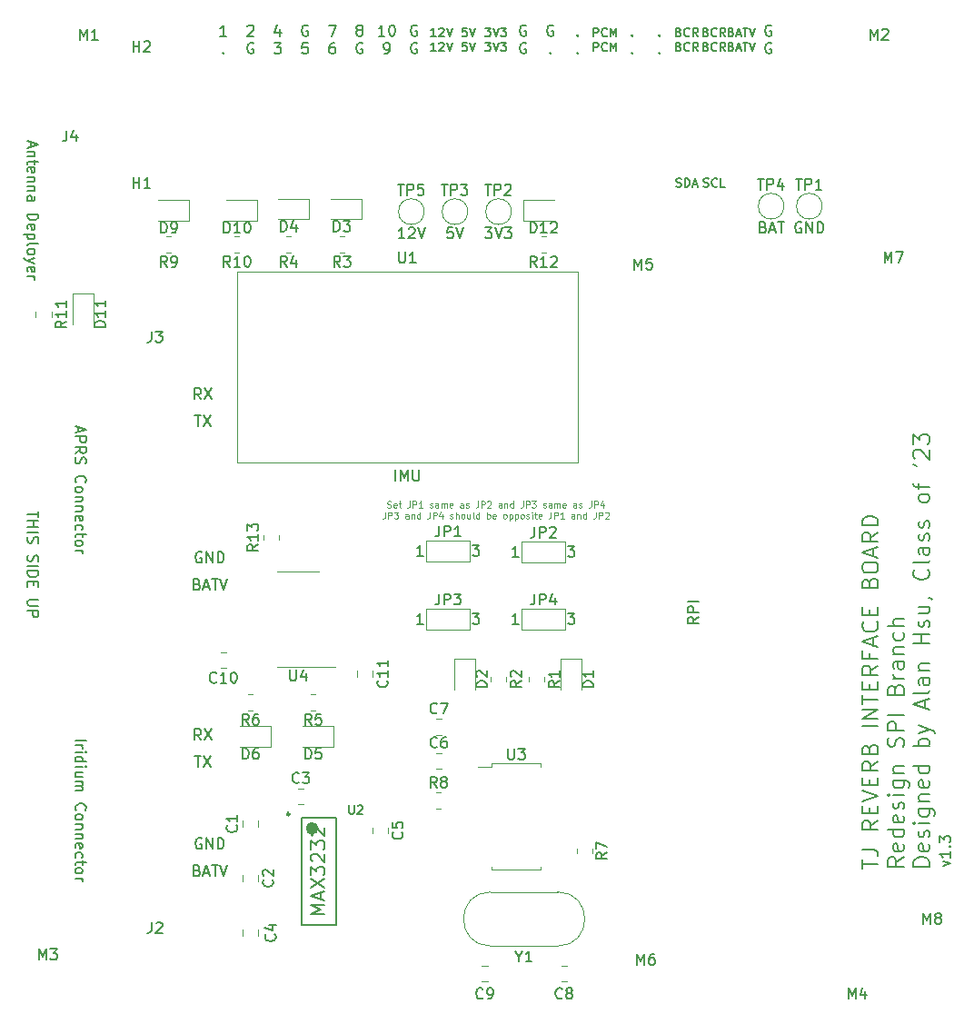
<source format=gbr>
%TF.GenerationSoftware,KiCad,Pcbnew,(5.1.9)-1*%
%TF.CreationDate,2021-10-27T20:29:57-04:00*%
%TF.ProjectId,REVERB Interface,52455645-5242-4204-996e-746572666163,rev?*%
%TF.SameCoordinates,Original*%
%TF.FileFunction,Legend,Top*%
%TF.FilePolarity,Positive*%
%FSLAX46Y46*%
G04 Gerber Fmt 4.6, Leading zero omitted, Abs format (unit mm)*
G04 Created by KiCad (PCBNEW (5.1.9)-1) date 2021-10-27 20:29:57*
%MOMM*%
%LPD*%
G01*
G04 APERTURE LIST*
%ADD10C,0.150000*%
%ADD11C,0.125000*%
%ADD12C,0.120000*%
%ADD13C,0.599999*%
%ADD14C,0.249999*%
G04 APERTURE END LIST*
D10*
X126198333Y-88082380D02*
X125865000Y-87606190D01*
X125626904Y-88082380D02*
X125626904Y-87082380D01*
X126007857Y-87082380D01*
X126103095Y-87130000D01*
X126150714Y-87177619D01*
X126198333Y-87272857D01*
X126198333Y-87415714D01*
X126150714Y-87510952D01*
X126103095Y-87558571D01*
X126007857Y-87606190D01*
X125626904Y-87606190D01*
X126531666Y-87082380D02*
X127198333Y-88082380D01*
X127198333Y-87082380D02*
X126531666Y-88082380D01*
X195365714Y-131603571D02*
X196032380Y-131365476D01*
X195365714Y-131127380D01*
X196032380Y-130222619D02*
X196032380Y-130794047D01*
X196032380Y-130508333D02*
X195032380Y-130508333D01*
X195175238Y-130603571D01*
X195270476Y-130698809D01*
X195318095Y-130794047D01*
X195937142Y-129794047D02*
X195984761Y-129746428D01*
X196032380Y-129794047D01*
X195984761Y-129841666D01*
X195937142Y-129794047D01*
X196032380Y-129794047D01*
X195032380Y-129413095D02*
X195032380Y-128794047D01*
X195413333Y-129127380D01*
X195413333Y-128984523D01*
X195460952Y-128889285D01*
X195508571Y-128841666D01*
X195603809Y-128794047D01*
X195841904Y-128794047D01*
X195937142Y-128841666D01*
X195984761Y-128889285D01*
X196032380Y-128984523D01*
X196032380Y-129270238D01*
X195984761Y-129365476D01*
X195937142Y-129413095D01*
X182118095Y-71636000D02*
X182022857Y-71588380D01*
X181880000Y-71588380D01*
X181737142Y-71636000D01*
X181641904Y-71731238D01*
X181594285Y-71826476D01*
X181546666Y-72016952D01*
X181546666Y-72159809D01*
X181594285Y-72350285D01*
X181641904Y-72445523D01*
X181737142Y-72540761D01*
X181880000Y-72588380D01*
X181975238Y-72588380D01*
X182118095Y-72540761D01*
X182165714Y-72493142D01*
X182165714Y-72159809D01*
X181975238Y-72159809D01*
X182594285Y-72588380D02*
X182594285Y-71588380D01*
X183165714Y-72588380D01*
X183165714Y-71588380D01*
X183641904Y-72588380D02*
X183641904Y-71588380D01*
X183880000Y-71588380D01*
X184022857Y-71636000D01*
X184118095Y-71731238D01*
X184165714Y-71826476D01*
X184213333Y-72016952D01*
X184213333Y-72159809D01*
X184165714Y-72350285D01*
X184118095Y-72445523D01*
X184022857Y-72540761D01*
X183880000Y-72588380D01*
X183641904Y-72588380D01*
X178585904Y-72064571D02*
X178728761Y-72112190D01*
X178776380Y-72159809D01*
X178824000Y-72255047D01*
X178824000Y-72397904D01*
X178776380Y-72493142D01*
X178728761Y-72540761D01*
X178633523Y-72588380D01*
X178252571Y-72588380D01*
X178252571Y-71588380D01*
X178585904Y-71588380D01*
X178681142Y-71636000D01*
X178728761Y-71683619D01*
X178776380Y-71778857D01*
X178776380Y-71874095D01*
X178728761Y-71969333D01*
X178681142Y-72016952D01*
X178585904Y-72064571D01*
X178252571Y-72064571D01*
X179204952Y-72302666D02*
X179681142Y-72302666D01*
X179109714Y-72588380D02*
X179443047Y-71588380D01*
X179776380Y-72588380D01*
X179966857Y-71588380D02*
X180538285Y-71588380D01*
X180252571Y-72588380D02*
X180252571Y-71588380D01*
X152685904Y-72096380D02*
X153304952Y-72096380D01*
X152971619Y-72477333D01*
X153114476Y-72477333D01*
X153209714Y-72524952D01*
X153257333Y-72572571D01*
X153304952Y-72667809D01*
X153304952Y-72905904D01*
X153257333Y-73001142D01*
X153209714Y-73048761D01*
X153114476Y-73096380D01*
X152828761Y-73096380D01*
X152733523Y-73048761D01*
X152685904Y-73001142D01*
X153590666Y-72096380D02*
X153924000Y-73096380D01*
X154257333Y-72096380D01*
X154495428Y-72096380D02*
X155114476Y-72096380D01*
X154781142Y-72477333D01*
X154924000Y-72477333D01*
X155019238Y-72524952D01*
X155066857Y-72572571D01*
X155114476Y-72667809D01*
X155114476Y-72905904D01*
X155066857Y-73001142D01*
X155019238Y-73048761D01*
X154924000Y-73096380D01*
X154638285Y-73096380D01*
X154543047Y-73048761D01*
X154495428Y-73001142D01*
X149669523Y-72096380D02*
X149193333Y-72096380D01*
X149145714Y-72572571D01*
X149193333Y-72524952D01*
X149288571Y-72477333D01*
X149526666Y-72477333D01*
X149621904Y-72524952D01*
X149669523Y-72572571D01*
X149717142Y-72667809D01*
X149717142Y-72905904D01*
X149669523Y-73001142D01*
X149621904Y-73048761D01*
X149526666Y-73096380D01*
X149288571Y-73096380D01*
X149193333Y-73048761D01*
X149145714Y-73001142D01*
X150002857Y-72096380D02*
X150336190Y-73096380D01*
X150669523Y-72096380D01*
X145176952Y-73096380D02*
X144605523Y-73096380D01*
X144891238Y-73096380D02*
X144891238Y-72096380D01*
X144796000Y-72239238D01*
X144700761Y-72334476D01*
X144605523Y-72382095D01*
X145557904Y-72191619D02*
X145605523Y-72144000D01*
X145700761Y-72096380D01*
X145938857Y-72096380D01*
X146034095Y-72144000D01*
X146081714Y-72191619D01*
X146129333Y-72286857D01*
X146129333Y-72382095D01*
X146081714Y-72524952D01*
X145510285Y-73096380D01*
X146129333Y-73096380D01*
X146415047Y-72096380D02*
X146748380Y-73096380D01*
X147081714Y-72096380D01*
D11*
X143570000Y-98155357D02*
X143655714Y-98183928D01*
X143798571Y-98183928D01*
X143855714Y-98155357D01*
X143884285Y-98126785D01*
X143912857Y-98069642D01*
X143912857Y-98012500D01*
X143884285Y-97955357D01*
X143855714Y-97926785D01*
X143798571Y-97898214D01*
X143684285Y-97869642D01*
X143627142Y-97841071D01*
X143598571Y-97812500D01*
X143570000Y-97755357D01*
X143570000Y-97698214D01*
X143598571Y-97641071D01*
X143627142Y-97612500D01*
X143684285Y-97583928D01*
X143827142Y-97583928D01*
X143912857Y-97612500D01*
X144398571Y-98155357D02*
X144341428Y-98183928D01*
X144227142Y-98183928D01*
X144170000Y-98155357D01*
X144141428Y-98098214D01*
X144141428Y-97869642D01*
X144170000Y-97812500D01*
X144227142Y-97783928D01*
X144341428Y-97783928D01*
X144398571Y-97812500D01*
X144427142Y-97869642D01*
X144427142Y-97926785D01*
X144141428Y-97983928D01*
X144598571Y-97783928D02*
X144827142Y-97783928D01*
X144684285Y-97583928D02*
X144684285Y-98098214D01*
X144712857Y-98155357D01*
X144770000Y-98183928D01*
X144827142Y-98183928D01*
X145655714Y-97583928D02*
X145655714Y-98012500D01*
X145627142Y-98098214D01*
X145570000Y-98155357D01*
X145484285Y-98183928D01*
X145427142Y-98183928D01*
X145941428Y-98183928D02*
X145941428Y-97583928D01*
X146170000Y-97583928D01*
X146227142Y-97612500D01*
X146255714Y-97641071D01*
X146284285Y-97698214D01*
X146284285Y-97783928D01*
X146255714Y-97841071D01*
X146227142Y-97869642D01*
X146170000Y-97898214D01*
X145941428Y-97898214D01*
X146855714Y-98183928D02*
X146512857Y-98183928D01*
X146684285Y-98183928D02*
X146684285Y-97583928D01*
X146627142Y-97669642D01*
X146570000Y-97726785D01*
X146512857Y-97755357D01*
X147541428Y-98155357D02*
X147598571Y-98183928D01*
X147712857Y-98183928D01*
X147770000Y-98155357D01*
X147798571Y-98098214D01*
X147798571Y-98069642D01*
X147770000Y-98012500D01*
X147712857Y-97983928D01*
X147627142Y-97983928D01*
X147570000Y-97955357D01*
X147541428Y-97898214D01*
X147541428Y-97869642D01*
X147570000Y-97812500D01*
X147627142Y-97783928D01*
X147712857Y-97783928D01*
X147770000Y-97812500D01*
X148312857Y-98183928D02*
X148312857Y-97869642D01*
X148284285Y-97812500D01*
X148227142Y-97783928D01*
X148112857Y-97783928D01*
X148055714Y-97812500D01*
X148312857Y-98155357D02*
X148255714Y-98183928D01*
X148112857Y-98183928D01*
X148055714Y-98155357D01*
X148027142Y-98098214D01*
X148027142Y-98041071D01*
X148055714Y-97983928D01*
X148112857Y-97955357D01*
X148255714Y-97955357D01*
X148312857Y-97926785D01*
X148598571Y-98183928D02*
X148598571Y-97783928D01*
X148598571Y-97841071D02*
X148627142Y-97812500D01*
X148684285Y-97783928D01*
X148770000Y-97783928D01*
X148827142Y-97812500D01*
X148855714Y-97869642D01*
X148855714Y-98183928D01*
X148855714Y-97869642D02*
X148884285Y-97812500D01*
X148941428Y-97783928D01*
X149027142Y-97783928D01*
X149084285Y-97812500D01*
X149112857Y-97869642D01*
X149112857Y-98183928D01*
X149627142Y-98155357D02*
X149570000Y-98183928D01*
X149455714Y-98183928D01*
X149398571Y-98155357D01*
X149370000Y-98098214D01*
X149370000Y-97869642D01*
X149398571Y-97812500D01*
X149455714Y-97783928D01*
X149570000Y-97783928D01*
X149627142Y-97812500D01*
X149655714Y-97869642D01*
X149655714Y-97926785D01*
X149370000Y-97983928D01*
X150627142Y-98183928D02*
X150627142Y-97869642D01*
X150598571Y-97812500D01*
X150541428Y-97783928D01*
X150427142Y-97783928D01*
X150370000Y-97812500D01*
X150627142Y-98155357D02*
X150570000Y-98183928D01*
X150427142Y-98183928D01*
X150370000Y-98155357D01*
X150341428Y-98098214D01*
X150341428Y-98041071D01*
X150370000Y-97983928D01*
X150427142Y-97955357D01*
X150570000Y-97955357D01*
X150627142Y-97926785D01*
X150884285Y-98155357D02*
X150941428Y-98183928D01*
X151055714Y-98183928D01*
X151112857Y-98155357D01*
X151141428Y-98098214D01*
X151141428Y-98069642D01*
X151112857Y-98012500D01*
X151055714Y-97983928D01*
X150970000Y-97983928D01*
X150912857Y-97955357D01*
X150884285Y-97898214D01*
X150884285Y-97869642D01*
X150912857Y-97812500D01*
X150970000Y-97783928D01*
X151055714Y-97783928D01*
X151112857Y-97812500D01*
X152027142Y-97583928D02*
X152027142Y-98012500D01*
X151998571Y-98098214D01*
X151941428Y-98155357D01*
X151855714Y-98183928D01*
X151798571Y-98183928D01*
X152312857Y-98183928D02*
X152312857Y-97583928D01*
X152541428Y-97583928D01*
X152598571Y-97612500D01*
X152627142Y-97641071D01*
X152655714Y-97698214D01*
X152655714Y-97783928D01*
X152627142Y-97841071D01*
X152598571Y-97869642D01*
X152541428Y-97898214D01*
X152312857Y-97898214D01*
X152884285Y-97641071D02*
X152912857Y-97612500D01*
X152970000Y-97583928D01*
X153112857Y-97583928D01*
X153170000Y-97612500D01*
X153198571Y-97641071D01*
X153227142Y-97698214D01*
X153227142Y-97755357D01*
X153198571Y-97841071D01*
X152855714Y-98183928D01*
X153227142Y-98183928D01*
X154198571Y-98183928D02*
X154198571Y-97869642D01*
X154170000Y-97812500D01*
X154112857Y-97783928D01*
X153998571Y-97783928D01*
X153941428Y-97812500D01*
X154198571Y-98155357D02*
X154141428Y-98183928D01*
X153998571Y-98183928D01*
X153941428Y-98155357D01*
X153912857Y-98098214D01*
X153912857Y-98041071D01*
X153941428Y-97983928D01*
X153998571Y-97955357D01*
X154141428Y-97955357D01*
X154198571Y-97926785D01*
X154484285Y-97783928D02*
X154484285Y-98183928D01*
X154484285Y-97841071D02*
X154512857Y-97812500D01*
X154570000Y-97783928D01*
X154655714Y-97783928D01*
X154712857Y-97812500D01*
X154741428Y-97869642D01*
X154741428Y-98183928D01*
X155284285Y-98183928D02*
X155284285Y-97583928D01*
X155284285Y-98155357D02*
X155227142Y-98183928D01*
X155112857Y-98183928D01*
X155055714Y-98155357D01*
X155027142Y-98126785D01*
X154998571Y-98069642D01*
X154998571Y-97898214D01*
X155027142Y-97841071D01*
X155055714Y-97812500D01*
X155112857Y-97783928D01*
X155227142Y-97783928D01*
X155284285Y-97812500D01*
X156198571Y-97583928D02*
X156198571Y-98012500D01*
X156170000Y-98098214D01*
X156112857Y-98155357D01*
X156027142Y-98183928D01*
X155970000Y-98183928D01*
X156484285Y-98183928D02*
X156484285Y-97583928D01*
X156712857Y-97583928D01*
X156770000Y-97612500D01*
X156798571Y-97641071D01*
X156827142Y-97698214D01*
X156827142Y-97783928D01*
X156798571Y-97841071D01*
X156770000Y-97869642D01*
X156712857Y-97898214D01*
X156484285Y-97898214D01*
X157027142Y-97583928D02*
X157398571Y-97583928D01*
X157198571Y-97812500D01*
X157284285Y-97812500D01*
X157341428Y-97841071D01*
X157370000Y-97869642D01*
X157398571Y-97926785D01*
X157398571Y-98069642D01*
X157370000Y-98126785D01*
X157341428Y-98155357D01*
X157284285Y-98183928D01*
X157112857Y-98183928D01*
X157055714Y-98155357D01*
X157027142Y-98126785D01*
X158084285Y-98155357D02*
X158141428Y-98183928D01*
X158255714Y-98183928D01*
X158312857Y-98155357D01*
X158341428Y-98098214D01*
X158341428Y-98069642D01*
X158312857Y-98012500D01*
X158255714Y-97983928D01*
X158170000Y-97983928D01*
X158112857Y-97955357D01*
X158084285Y-97898214D01*
X158084285Y-97869642D01*
X158112857Y-97812500D01*
X158170000Y-97783928D01*
X158255714Y-97783928D01*
X158312857Y-97812500D01*
X158855714Y-98183928D02*
X158855714Y-97869642D01*
X158827142Y-97812500D01*
X158770000Y-97783928D01*
X158655714Y-97783928D01*
X158598571Y-97812500D01*
X158855714Y-98155357D02*
X158798571Y-98183928D01*
X158655714Y-98183928D01*
X158598571Y-98155357D01*
X158570000Y-98098214D01*
X158570000Y-98041071D01*
X158598571Y-97983928D01*
X158655714Y-97955357D01*
X158798571Y-97955357D01*
X158855714Y-97926785D01*
X159141428Y-98183928D02*
X159141428Y-97783928D01*
X159141428Y-97841071D02*
X159170000Y-97812500D01*
X159227142Y-97783928D01*
X159312857Y-97783928D01*
X159370000Y-97812500D01*
X159398571Y-97869642D01*
X159398571Y-98183928D01*
X159398571Y-97869642D02*
X159427142Y-97812500D01*
X159484285Y-97783928D01*
X159570000Y-97783928D01*
X159627142Y-97812500D01*
X159655714Y-97869642D01*
X159655714Y-98183928D01*
X160170000Y-98155357D02*
X160112857Y-98183928D01*
X159998571Y-98183928D01*
X159941428Y-98155357D01*
X159912857Y-98098214D01*
X159912857Y-97869642D01*
X159941428Y-97812500D01*
X159998571Y-97783928D01*
X160112857Y-97783928D01*
X160170000Y-97812500D01*
X160198571Y-97869642D01*
X160198571Y-97926785D01*
X159912857Y-97983928D01*
X161170000Y-98183928D02*
X161170000Y-97869642D01*
X161141428Y-97812500D01*
X161084285Y-97783928D01*
X160970000Y-97783928D01*
X160912857Y-97812500D01*
X161170000Y-98155357D02*
X161112857Y-98183928D01*
X160970000Y-98183928D01*
X160912857Y-98155357D01*
X160884285Y-98098214D01*
X160884285Y-98041071D01*
X160912857Y-97983928D01*
X160970000Y-97955357D01*
X161112857Y-97955357D01*
X161170000Y-97926785D01*
X161427142Y-98155357D02*
X161484285Y-98183928D01*
X161598571Y-98183928D01*
X161655714Y-98155357D01*
X161684285Y-98098214D01*
X161684285Y-98069642D01*
X161655714Y-98012500D01*
X161598571Y-97983928D01*
X161512857Y-97983928D01*
X161455714Y-97955357D01*
X161427142Y-97898214D01*
X161427142Y-97869642D01*
X161455714Y-97812500D01*
X161512857Y-97783928D01*
X161598571Y-97783928D01*
X161655714Y-97812500D01*
X162570000Y-97583928D02*
X162570000Y-98012500D01*
X162541428Y-98098214D01*
X162484285Y-98155357D01*
X162398571Y-98183928D01*
X162341428Y-98183928D01*
X162855714Y-98183928D02*
X162855714Y-97583928D01*
X163084285Y-97583928D01*
X163141428Y-97612500D01*
X163170000Y-97641071D01*
X163198571Y-97698214D01*
X163198571Y-97783928D01*
X163170000Y-97841071D01*
X163141428Y-97869642D01*
X163084285Y-97898214D01*
X162855714Y-97898214D01*
X163712857Y-97783928D02*
X163712857Y-98183928D01*
X163570000Y-97555357D02*
X163427142Y-97983928D01*
X163798571Y-97983928D01*
X143355714Y-98608928D02*
X143355714Y-99037500D01*
X143327142Y-99123214D01*
X143270000Y-99180357D01*
X143184285Y-99208928D01*
X143127142Y-99208928D01*
X143641428Y-99208928D02*
X143641428Y-98608928D01*
X143870000Y-98608928D01*
X143927142Y-98637500D01*
X143955714Y-98666071D01*
X143984285Y-98723214D01*
X143984285Y-98808928D01*
X143955714Y-98866071D01*
X143927142Y-98894642D01*
X143870000Y-98923214D01*
X143641428Y-98923214D01*
X144184285Y-98608928D02*
X144555714Y-98608928D01*
X144355714Y-98837500D01*
X144441428Y-98837500D01*
X144498571Y-98866071D01*
X144527142Y-98894642D01*
X144555714Y-98951785D01*
X144555714Y-99094642D01*
X144527142Y-99151785D01*
X144498571Y-99180357D01*
X144441428Y-99208928D01*
X144270000Y-99208928D01*
X144212857Y-99180357D01*
X144184285Y-99151785D01*
X145527142Y-99208928D02*
X145527142Y-98894642D01*
X145498571Y-98837500D01*
X145441428Y-98808928D01*
X145327142Y-98808928D01*
X145270000Y-98837500D01*
X145527142Y-99180357D02*
X145470000Y-99208928D01*
X145327142Y-99208928D01*
X145270000Y-99180357D01*
X145241428Y-99123214D01*
X145241428Y-99066071D01*
X145270000Y-99008928D01*
X145327142Y-98980357D01*
X145470000Y-98980357D01*
X145527142Y-98951785D01*
X145812857Y-98808928D02*
X145812857Y-99208928D01*
X145812857Y-98866071D02*
X145841428Y-98837500D01*
X145898571Y-98808928D01*
X145984285Y-98808928D01*
X146041428Y-98837500D01*
X146070000Y-98894642D01*
X146070000Y-99208928D01*
X146612857Y-99208928D02*
X146612857Y-98608928D01*
X146612857Y-99180357D02*
X146555714Y-99208928D01*
X146441428Y-99208928D01*
X146384285Y-99180357D01*
X146355714Y-99151785D01*
X146327142Y-99094642D01*
X146327142Y-98923214D01*
X146355714Y-98866071D01*
X146384285Y-98837500D01*
X146441428Y-98808928D01*
X146555714Y-98808928D01*
X146612857Y-98837500D01*
X147527142Y-98608928D02*
X147527142Y-99037500D01*
X147498571Y-99123214D01*
X147441428Y-99180357D01*
X147355714Y-99208928D01*
X147298571Y-99208928D01*
X147812857Y-99208928D02*
X147812857Y-98608928D01*
X148041428Y-98608928D01*
X148098571Y-98637500D01*
X148127142Y-98666071D01*
X148155714Y-98723214D01*
X148155714Y-98808928D01*
X148127142Y-98866071D01*
X148098571Y-98894642D01*
X148041428Y-98923214D01*
X147812857Y-98923214D01*
X148670000Y-98808928D02*
X148670000Y-99208928D01*
X148527142Y-98580357D02*
X148384285Y-99008928D01*
X148755714Y-99008928D01*
X149412857Y-99180357D02*
X149470000Y-99208928D01*
X149584285Y-99208928D01*
X149641428Y-99180357D01*
X149670000Y-99123214D01*
X149670000Y-99094642D01*
X149641428Y-99037500D01*
X149584285Y-99008928D01*
X149498571Y-99008928D01*
X149441428Y-98980357D01*
X149412857Y-98923214D01*
X149412857Y-98894642D01*
X149441428Y-98837500D01*
X149498571Y-98808928D01*
X149584285Y-98808928D01*
X149641428Y-98837500D01*
X149927142Y-99208928D02*
X149927142Y-98608928D01*
X150184285Y-99208928D02*
X150184285Y-98894642D01*
X150155714Y-98837500D01*
X150098571Y-98808928D01*
X150012857Y-98808928D01*
X149955714Y-98837500D01*
X149927142Y-98866071D01*
X150555714Y-99208928D02*
X150498571Y-99180357D01*
X150470000Y-99151785D01*
X150441428Y-99094642D01*
X150441428Y-98923214D01*
X150470000Y-98866071D01*
X150498571Y-98837500D01*
X150555714Y-98808928D01*
X150641428Y-98808928D01*
X150698571Y-98837500D01*
X150727142Y-98866071D01*
X150755714Y-98923214D01*
X150755714Y-99094642D01*
X150727142Y-99151785D01*
X150698571Y-99180357D01*
X150641428Y-99208928D01*
X150555714Y-99208928D01*
X151270000Y-98808928D02*
X151270000Y-99208928D01*
X151012857Y-98808928D02*
X151012857Y-99123214D01*
X151041428Y-99180357D01*
X151098571Y-99208928D01*
X151184285Y-99208928D01*
X151241428Y-99180357D01*
X151270000Y-99151785D01*
X151641428Y-99208928D02*
X151584285Y-99180357D01*
X151555714Y-99123214D01*
X151555714Y-98608928D01*
X152127142Y-99208928D02*
X152127142Y-98608928D01*
X152127142Y-99180357D02*
X152070000Y-99208928D01*
X151955714Y-99208928D01*
X151898571Y-99180357D01*
X151870000Y-99151785D01*
X151841428Y-99094642D01*
X151841428Y-98923214D01*
X151870000Y-98866071D01*
X151898571Y-98837500D01*
X151955714Y-98808928D01*
X152070000Y-98808928D01*
X152127142Y-98837500D01*
X152870000Y-99208928D02*
X152870000Y-98608928D01*
X152870000Y-98837500D02*
X152927142Y-98808928D01*
X153041428Y-98808928D01*
X153098571Y-98837500D01*
X153127142Y-98866071D01*
X153155714Y-98923214D01*
X153155714Y-99094642D01*
X153127142Y-99151785D01*
X153098571Y-99180357D01*
X153041428Y-99208928D01*
X152927142Y-99208928D01*
X152870000Y-99180357D01*
X153641428Y-99180357D02*
X153584285Y-99208928D01*
X153470000Y-99208928D01*
X153412857Y-99180357D01*
X153384285Y-99123214D01*
X153384285Y-98894642D01*
X153412857Y-98837500D01*
X153470000Y-98808928D01*
X153584285Y-98808928D01*
X153641428Y-98837500D01*
X153670000Y-98894642D01*
X153670000Y-98951785D01*
X153384285Y-99008928D01*
X154470000Y-99208928D02*
X154412857Y-99180357D01*
X154384285Y-99151785D01*
X154355714Y-99094642D01*
X154355714Y-98923214D01*
X154384285Y-98866071D01*
X154412857Y-98837500D01*
X154470000Y-98808928D01*
X154555714Y-98808928D01*
X154612857Y-98837500D01*
X154641428Y-98866071D01*
X154670000Y-98923214D01*
X154670000Y-99094642D01*
X154641428Y-99151785D01*
X154612857Y-99180357D01*
X154555714Y-99208928D01*
X154470000Y-99208928D01*
X154927142Y-98808928D02*
X154927142Y-99408928D01*
X154927142Y-98837500D02*
X154984285Y-98808928D01*
X155098571Y-98808928D01*
X155155714Y-98837500D01*
X155184285Y-98866071D01*
X155212857Y-98923214D01*
X155212857Y-99094642D01*
X155184285Y-99151785D01*
X155155714Y-99180357D01*
X155098571Y-99208928D01*
X154984285Y-99208928D01*
X154927142Y-99180357D01*
X155470000Y-98808928D02*
X155470000Y-99408928D01*
X155470000Y-98837500D02*
X155527142Y-98808928D01*
X155641428Y-98808928D01*
X155698571Y-98837500D01*
X155727142Y-98866071D01*
X155755714Y-98923214D01*
X155755714Y-99094642D01*
X155727142Y-99151785D01*
X155698571Y-99180357D01*
X155641428Y-99208928D01*
X155527142Y-99208928D01*
X155470000Y-99180357D01*
X156098571Y-99208928D02*
X156041428Y-99180357D01*
X156012857Y-99151785D01*
X155984285Y-99094642D01*
X155984285Y-98923214D01*
X156012857Y-98866071D01*
X156041428Y-98837500D01*
X156098571Y-98808928D01*
X156184285Y-98808928D01*
X156241428Y-98837500D01*
X156270000Y-98866071D01*
X156298571Y-98923214D01*
X156298571Y-99094642D01*
X156270000Y-99151785D01*
X156241428Y-99180357D01*
X156184285Y-99208928D01*
X156098571Y-99208928D01*
X156527142Y-99180357D02*
X156584285Y-99208928D01*
X156698571Y-99208928D01*
X156755714Y-99180357D01*
X156784285Y-99123214D01*
X156784285Y-99094642D01*
X156755714Y-99037500D01*
X156698571Y-99008928D01*
X156612857Y-99008928D01*
X156555714Y-98980357D01*
X156527142Y-98923214D01*
X156527142Y-98894642D01*
X156555714Y-98837500D01*
X156612857Y-98808928D01*
X156698571Y-98808928D01*
X156755714Y-98837500D01*
X157041428Y-99208928D02*
X157041428Y-98808928D01*
X157041428Y-98608928D02*
X157012857Y-98637500D01*
X157041428Y-98666071D01*
X157070000Y-98637500D01*
X157041428Y-98608928D01*
X157041428Y-98666071D01*
X157241428Y-98808928D02*
X157470000Y-98808928D01*
X157327142Y-98608928D02*
X157327142Y-99123214D01*
X157355714Y-99180357D01*
X157412857Y-99208928D01*
X157470000Y-99208928D01*
X157898571Y-99180357D02*
X157841428Y-99208928D01*
X157727142Y-99208928D01*
X157670000Y-99180357D01*
X157641428Y-99123214D01*
X157641428Y-98894642D01*
X157670000Y-98837500D01*
X157727142Y-98808928D01*
X157841428Y-98808928D01*
X157898571Y-98837500D01*
X157927142Y-98894642D01*
X157927142Y-98951785D01*
X157641428Y-99008928D01*
X158812857Y-98608928D02*
X158812857Y-99037500D01*
X158784285Y-99123214D01*
X158727142Y-99180357D01*
X158641428Y-99208928D01*
X158584285Y-99208928D01*
X159098571Y-99208928D02*
X159098571Y-98608928D01*
X159327142Y-98608928D01*
X159384285Y-98637500D01*
X159412857Y-98666071D01*
X159441428Y-98723214D01*
X159441428Y-98808928D01*
X159412857Y-98866071D01*
X159384285Y-98894642D01*
X159327142Y-98923214D01*
X159098571Y-98923214D01*
X160012857Y-99208928D02*
X159670000Y-99208928D01*
X159841428Y-99208928D02*
X159841428Y-98608928D01*
X159784285Y-98694642D01*
X159727142Y-98751785D01*
X159670000Y-98780357D01*
X160984285Y-99208928D02*
X160984285Y-98894642D01*
X160955714Y-98837500D01*
X160898571Y-98808928D01*
X160784285Y-98808928D01*
X160727142Y-98837500D01*
X160984285Y-99180357D02*
X160927142Y-99208928D01*
X160784285Y-99208928D01*
X160727142Y-99180357D01*
X160698571Y-99123214D01*
X160698571Y-99066071D01*
X160727142Y-99008928D01*
X160784285Y-98980357D01*
X160927142Y-98980357D01*
X160984285Y-98951785D01*
X161270000Y-98808928D02*
X161270000Y-99208928D01*
X161270000Y-98866071D02*
X161298571Y-98837500D01*
X161355714Y-98808928D01*
X161441428Y-98808928D01*
X161498571Y-98837500D01*
X161527142Y-98894642D01*
X161527142Y-99208928D01*
X162070000Y-99208928D02*
X162070000Y-98608928D01*
X162070000Y-99180357D02*
X162012857Y-99208928D01*
X161898571Y-99208928D01*
X161841428Y-99180357D01*
X161812857Y-99151785D01*
X161784285Y-99094642D01*
X161784285Y-98923214D01*
X161812857Y-98866071D01*
X161841428Y-98837500D01*
X161898571Y-98808928D01*
X162012857Y-98808928D01*
X162070000Y-98837500D01*
X162984285Y-98608928D02*
X162984285Y-99037500D01*
X162955714Y-99123214D01*
X162898571Y-99180357D01*
X162812857Y-99208928D01*
X162755714Y-99208928D01*
X163270000Y-99208928D02*
X163270000Y-98608928D01*
X163498571Y-98608928D01*
X163555714Y-98637500D01*
X163584285Y-98666071D01*
X163612857Y-98723214D01*
X163612857Y-98808928D01*
X163584285Y-98866071D01*
X163555714Y-98894642D01*
X163498571Y-98923214D01*
X163270000Y-98923214D01*
X163841428Y-98666071D02*
X163870000Y-98637500D01*
X163927142Y-98608928D01*
X164070000Y-98608928D01*
X164127142Y-98637500D01*
X164155714Y-98666071D01*
X164184285Y-98723214D01*
X164184285Y-98780357D01*
X164155714Y-98866071D01*
X163812857Y-99208928D01*
X164184285Y-99208928D01*
D10*
X172537380Y-108378571D02*
X172061190Y-108711904D01*
X172537380Y-108950000D02*
X171537380Y-108950000D01*
X171537380Y-108569047D01*
X171585000Y-108473809D01*
X171632619Y-108426190D01*
X171727857Y-108378571D01*
X171870714Y-108378571D01*
X171965952Y-108426190D01*
X172013571Y-108473809D01*
X172061190Y-108569047D01*
X172061190Y-108950000D01*
X172537380Y-107950000D02*
X171537380Y-107950000D01*
X171537380Y-107569047D01*
X171585000Y-107473809D01*
X171632619Y-107426190D01*
X171727857Y-107378571D01*
X171870714Y-107378571D01*
X171965952Y-107426190D01*
X172013571Y-107473809D01*
X172061190Y-107569047D01*
X172061190Y-107950000D01*
X172537380Y-106950000D02*
X171537380Y-106950000D01*
X110323333Y-64127857D02*
X110323333Y-64604047D01*
X110037619Y-64032619D02*
X111037619Y-64365952D01*
X110037619Y-64699285D01*
X110704285Y-65032619D02*
X110037619Y-65032619D01*
X110609047Y-65032619D02*
X110656666Y-65080238D01*
X110704285Y-65175476D01*
X110704285Y-65318333D01*
X110656666Y-65413571D01*
X110561428Y-65461190D01*
X110037619Y-65461190D01*
X110704285Y-65794523D02*
X110704285Y-66175476D01*
X111037619Y-65937380D02*
X110180476Y-65937380D01*
X110085238Y-65985000D01*
X110037619Y-66080238D01*
X110037619Y-66175476D01*
X110085238Y-66889761D02*
X110037619Y-66794523D01*
X110037619Y-66604047D01*
X110085238Y-66508809D01*
X110180476Y-66461190D01*
X110561428Y-66461190D01*
X110656666Y-66508809D01*
X110704285Y-66604047D01*
X110704285Y-66794523D01*
X110656666Y-66889761D01*
X110561428Y-66937380D01*
X110466190Y-66937380D01*
X110370952Y-66461190D01*
X110704285Y-67365952D02*
X110037619Y-67365952D01*
X110609047Y-67365952D02*
X110656666Y-67413571D01*
X110704285Y-67508809D01*
X110704285Y-67651666D01*
X110656666Y-67746904D01*
X110561428Y-67794523D01*
X110037619Y-67794523D01*
X110704285Y-68270714D02*
X110037619Y-68270714D01*
X110609047Y-68270714D02*
X110656666Y-68318333D01*
X110704285Y-68413571D01*
X110704285Y-68556428D01*
X110656666Y-68651666D01*
X110561428Y-68699285D01*
X110037619Y-68699285D01*
X110037619Y-69604047D02*
X110561428Y-69604047D01*
X110656666Y-69556428D01*
X110704285Y-69461190D01*
X110704285Y-69270714D01*
X110656666Y-69175476D01*
X110085238Y-69604047D02*
X110037619Y-69508809D01*
X110037619Y-69270714D01*
X110085238Y-69175476D01*
X110180476Y-69127857D01*
X110275714Y-69127857D01*
X110370952Y-69175476D01*
X110418571Y-69270714D01*
X110418571Y-69508809D01*
X110466190Y-69604047D01*
X110037619Y-70842142D02*
X111037619Y-70842142D01*
X111037619Y-71080238D01*
X110990000Y-71223095D01*
X110894761Y-71318333D01*
X110799523Y-71365952D01*
X110609047Y-71413571D01*
X110466190Y-71413571D01*
X110275714Y-71365952D01*
X110180476Y-71318333D01*
X110085238Y-71223095D01*
X110037619Y-71080238D01*
X110037619Y-70842142D01*
X110085238Y-72223095D02*
X110037619Y-72127857D01*
X110037619Y-71937380D01*
X110085238Y-71842142D01*
X110180476Y-71794523D01*
X110561428Y-71794523D01*
X110656666Y-71842142D01*
X110704285Y-71937380D01*
X110704285Y-72127857D01*
X110656666Y-72223095D01*
X110561428Y-72270714D01*
X110466190Y-72270714D01*
X110370952Y-71794523D01*
X110704285Y-72699285D02*
X109704285Y-72699285D01*
X110656666Y-72699285D02*
X110704285Y-72794523D01*
X110704285Y-72985000D01*
X110656666Y-73080238D01*
X110609047Y-73127857D01*
X110513809Y-73175476D01*
X110228095Y-73175476D01*
X110132857Y-73127857D01*
X110085238Y-73080238D01*
X110037619Y-72985000D01*
X110037619Y-72794523D01*
X110085238Y-72699285D01*
X110037619Y-73746904D02*
X110085238Y-73651666D01*
X110180476Y-73604047D01*
X111037619Y-73604047D01*
X110037619Y-74270714D02*
X110085238Y-74175476D01*
X110132857Y-74127857D01*
X110228095Y-74080238D01*
X110513809Y-74080238D01*
X110609047Y-74127857D01*
X110656666Y-74175476D01*
X110704285Y-74270714D01*
X110704285Y-74413571D01*
X110656666Y-74508809D01*
X110609047Y-74556428D01*
X110513809Y-74604047D01*
X110228095Y-74604047D01*
X110132857Y-74556428D01*
X110085238Y-74508809D01*
X110037619Y-74413571D01*
X110037619Y-74270714D01*
X110704285Y-74937380D02*
X110037619Y-75175476D01*
X110704285Y-75413571D02*
X110037619Y-75175476D01*
X109799523Y-75080238D01*
X109751904Y-75032619D01*
X109704285Y-74937380D01*
X110085238Y-76175476D02*
X110037619Y-76080238D01*
X110037619Y-75889761D01*
X110085238Y-75794523D01*
X110180476Y-75746904D01*
X110561428Y-75746904D01*
X110656666Y-75794523D01*
X110704285Y-75889761D01*
X110704285Y-76080238D01*
X110656666Y-76175476D01*
X110561428Y-76223095D01*
X110466190Y-76223095D01*
X110370952Y-75746904D01*
X110037619Y-76651666D02*
X110704285Y-76651666D01*
X110513809Y-76651666D02*
X110609047Y-76699285D01*
X110656666Y-76746904D01*
X110704285Y-76842142D01*
X110704285Y-76937380D01*
X114768333Y-90662857D02*
X114768333Y-91139047D01*
X114482619Y-90567619D02*
X115482619Y-90900952D01*
X114482619Y-91234285D01*
X114482619Y-91567619D02*
X115482619Y-91567619D01*
X115482619Y-91948571D01*
X115435000Y-92043809D01*
X115387380Y-92091428D01*
X115292142Y-92139047D01*
X115149285Y-92139047D01*
X115054047Y-92091428D01*
X115006428Y-92043809D01*
X114958809Y-91948571D01*
X114958809Y-91567619D01*
X114482619Y-93139047D02*
X114958809Y-92805714D01*
X114482619Y-92567619D02*
X115482619Y-92567619D01*
X115482619Y-92948571D01*
X115435000Y-93043809D01*
X115387380Y-93091428D01*
X115292142Y-93139047D01*
X115149285Y-93139047D01*
X115054047Y-93091428D01*
X115006428Y-93043809D01*
X114958809Y-92948571D01*
X114958809Y-92567619D01*
X114530238Y-93520000D02*
X114482619Y-93662857D01*
X114482619Y-93900952D01*
X114530238Y-93996190D01*
X114577857Y-94043809D01*
X114673095Y-94091428D01*
X114768333Y-94091428D01*
X114863571Y-94043809D01*
X114911190Y-93996190D01*
X114958809Y-93900952D01*
X115006428Y-93710476D01*
X115054047Y-93615238D01*
X115101666Y-93567619D01*
X115196904Y-93520000D01*
X115292142Y-93520000D01*
X115387380Y-93567619D01*
X115435000Y-93615238D01*
X115482619Y-93710476D01*
X115482619Y-93948571D01*
X115435000Y-94091428D01*
X114577857Y-95853333D02*
X114530238Y-95805714D01*
X114482619Y-95662857D01*
X114482619Y-95567619D01*
X114530238Y-95424761D01*
X114625476Y-95329523D01*
X114720714Y-95281904D01*
X114911190Y-95234285D01*
X115054047Y-95234285D01*
X115244523Y-95281904D01*
X115339761Y-95329523D01*
X115435000Y-95424761D01*
X115482619Y-95567619D01*
X115482619Y-95662857D01*
X115435000Y-95805714D01*
X115387380Y-95853333D01*
X114482619Y-96424761D02*
X114530238Y-96329523D01*
X114577857Y-96281904D01*
X114673095Y-96234285D01*
X114958809Y-96234285D01*
X115054047Y-96281904D01*
X115101666Y-96329523D01*
X115149285Y-96424761D01*
X115149285Y-96567619D01*
X115101666Y-96662857D01*
X115054047Y-96710476D01*
X114958809Y-96758095D01*
X114673095Y-96758095D01*
X114577857Y-96710476D01*
X114530238Y-96662857D01*
X114482619Y-96567619D01*
X114482619Y-96424761D01*
X115149285Y-97186666D02*
X114482619Y-97186666D01*
X115054047Y-97186666D02*
X115101666Y-97234285D01*
X115149285Y-97329523D01*
X115149285Y-97472380D01*
X115101666Y-97567619D01*
X115006428Y-97615238D01*
X114482619Y-97615238D01*
X115149285Y-98091428D02*
X114482619Y-98091428D01*
X115054047Y-98091428D02*
X115101666Y-98139047D01*
X115149285Y-98234285D01*
X115149285Y-98377142D01*
X115101666Y-98472380D01*
X115006428Y-98520000D01*
X114482619Y-98520000D01*
X114530238Y-99377142D02*
X114482619Y-99281904D01*
X114482619Y-99091428D01*
X114530238Y-98996190D01*
X114625476Y-98948571D01*
X115006428Y-98948571D01*
X115101666Y-98996190D01*
X115149285Y-99091428D01*
X115149285Y-99281904D01*
X115101666Y-99377142D01*
X115006428Y-99424761D01*
X114911190Y-99424761D01*
X114815952Y-98948571D01*
X114530238Y-100281904D02*
X114482619Y-100186666D01*
X114482619Y-99996190D01*
X114530238Y-99900952D01*
X114577857Y-99853333D01*
X114673095Y-99805714D01*
X114958809Y-99805714D01*
X115054047Y-99853333D01*
X115101666Y-99900952D01*
X115149285Y-99996190D01*
X115149285Y-100186666D01*
X115101666Y-100281904D01*
X115149285Y-100567619D02*
X115149285Y-100948571D01*
X115482619Y-100710476D02*
X114625476Y-100710476D01*
X114530238Y-100758095D01*
X114482619Y-100853333D01*
X114482619Y-100948571D01*
X114482619Y-101424761D02*
X114530238Y-101329523D01*
X114577857Y-101281904D01*
X114673095Y-101234285D01*
X114958809Y-101234285D01*
X115054047Y-101281904D01*
X115101666Y-101329523D01*
X115149285Y-101424761D01*
X115149285Y-101567619D01*
X115101666Y-101662857D01*
X115054047Y-101710476D01*
X114958809Y-101758095D01*
X114673095Y-101758095D01*
X114577857Y-101710476D01*
X114530238Y-101662857D01*
X114482619Y-101567619D01*
X114482619Y-101424761D01*
X114482619Y-102186666D02*
X115149285Y-102186666D01*
X114958809Y-102186666D02*
X115054047Y-102234285D01*
X115101666Y-102281904D01*
X115149285Y-102377142D01*
X115149285Y-102472380D01*
X114482619Y-119865000D02*
X115482619Y-119865000D01*
X114482619Y-120341190D02*
X115149285Y-120341190D01*
X114958809Y-120341190D02*
X115054047Y-120388809D01*
X115101666Y-120436428D01*
X115149285Y-120531666D01*
X115149285Y-120626904D01*
X114482619Y-120960238D02*
X115149285Y-120960238D01*
X115482619Y-120960238D02*
X115435000Y-120912619D01*
X115387380Y-120960238D01*
X115435000Y-121007857D01*
X115482619Y-120960238D01*
X115387380Y-120960238D01*
X114482619Y-121865000D02*
X115482619Y-121865000D01*
X114530238Y-121865000D02*
X114482619Y-121769761D01*
X114482619Y-121579285D01*
X114530238Y-121484047D01*
X114577857Y-121436428D01*
X114673095Y-121388809D01*
X114958809Y-121388809D01*
X115054047Y-121436428D01*
X115101666Y-121484047D01*
X115149285Y-121579285D01*
X115149285Y-121769761D01*
X115101666Y-121865000D01*
X114482619Y-122341190D02*
X115149285Y-122341190D01*
X115482619Y-122341190D02*
X115435000Y-122293571D01*
X115387380Y-122341190D01*
X115435000Y-122388809D01*
X115482619Y-122341190D01*
X115387380Y-122341190D01*
X115149285Y-123245952D02*
X114482619Y-123245952D01*
X115149285Y-122817380D02*
X114625476Y-122817380D01*
X114530238Y-122865000D01*
X114482619Y-122960238D01*
X114482619Y-123103095D01*
X114530238Y-123198333D01*
X114577857Y-123245952D01*
X114482619Y-123722142D02*
X115149285Y-123722142D01*
X115054047Y-123722142D02*
X115101666Y-123769761D01*
X115149285Y-123865000D01*
X115149285Y-124007857D01*
X115101666Y-124103095D01*
X115006428Y-124150714D01*
X114482619Y-124150714D01*
X115006428Y-124150714D02*
X115101666Y-124198333D01*
X115149285Y-124293571D01*
X115149285Y-124436428D01*
X115101666Y-124531666D01*
X115006428Y-124579285D01*
X114482619Y-124579285D01*
X114577857Y-126388809D02*
X114530238Y-126341190D01*
X114482619Y-126198333D01*
X114482619Y-126103095D01*
X114530238Y-125960238D01*
X114625476Y-125865000D01*
X114720714Y-125817380D01*
X114911190Y-125769761D01*
X115054047Y-125769761D01*
X115244523Y-125817380D01*
X115339761Y-125865000D01*
X115435000Y-125960238D01*
X115482619Y-126103095D01*
X115482619Y-126198333D01*
X115435000Y-126341190D01*
X115387380Y-126388809D01*
X114482619Y-126960238D02*
X114530238Y-126865000D01*
X114577857Y-126817380D01*
X114673095Y-126769761D01*
X114958809Y-126769761D01*
X115054047Y-126817380D01*
X115101666Y-126865000D01*
X115149285Y-126960238D01*
X115149285Y-127103095D01*
X115101666Y-127198333D01*
X115054047Y-127245952D01*
X114958809Y-127293571D01*
X114673095Y-127293571D01*
X114577857Y-127245952D01*
X114530238Y-127198333D01*
X114482619Y-127103095D01*
X114482619Y-126960238D01*
X115149285Y-127722142D02*
X114482619Y-127722142D01*
X115054047Y-127722142D02*
X115101666Y-127769761D01*
X115149285Y-127865000D01*
X115149285Y-128007857D01*
X115101666Y-128103095D01*
X115006428Y-128150714D01*
X114482619Y-128150714D01*
X115149285Y-128626904D02*
X114482619Y-128626904D01*
X115054047Y-128626904D02*
X115101666Y-128674523D01*
X115149285Y-128769761D01*
X115149285Y-128912619D01*
X115101666Y-129007857D01*
X115006428Y-129055476D01*
X114482619Y-129055476D01*
X114530238Y-129912619D02*
X114482619Y-129817380D01*
X114482619Y-129626904D01*
X114530238Y-129531666D01*
X114625476Y-129484047D01*
X115006428Y-129484047D01*
X115101666Y-129531666D01*
X115149285Y-129626904D01*
X115149285Y-129817380D01*
X115101666Y-129912619D01*
X115006428Y-129960238D01*
X114911190Y-129960238D01*
X114815952Y-129484047D01*
X114530238Y-130817380D02*
X114482619Y-130722142D01*
X114482619Y-130531666D01*
X114530238Y-130436428D01*
X114577857Y-130388809D01*
X114673095Y-130341190D01*
X114958809Y-130341190D01*
X115054047Y-130388809D01*
X115101666Y-130436428D01*
X115149285Y-130531666D01*
X115149285Y-130722142D01*
X115101666Y-130817380D01*
X115149285Y-131103095D02*
X115149285Y-131484047D01*
X115482619Y-131245952D02*
X114625476Y-131245952D01*
X114530238Y-131293571D01*
X114482619Y-131388809D01*
X114482619Y-131484047D01*
X114482619Y-131960238D02*
X114530238Y-131865000D01*
X114577857Y-131817380D01*
X114673095Y-131769761D01*
X114958809Y-131769761D01*
X115054047Y-131817380D01*
X115101666Y-131865000D01*
X115149285Y-131960238D01*
X115149285Y-132103095D01*
X115101666Y-132198333D01*
X115054047Y-132245952D01*
X114958809Y-132293571D01*
X114673095Y-132293571D01*
X114577857Y-132245952D01*
X114530238Y-132198333D01*
X114482619Y-132103095D01*
X114482619Y-131960238D01*
X114482619Y-132722142D02*
X115149285Y-132722142D01*
X114958809Y-132722142D02*
X115054047Y-132769761D01*
X115101666Y-132817380D01*
X115149285Y-132912619D01*
X115149285Y-133007857D01*
X144319761Y-95702380D02*
X144319761Y-94702380D01*
X144795952Y-95702380D02*
X144795952Y-94702380D01*
X145129285Y-95416666D01*
X145462619Y-94702380D01*
X145462619Y-95702380D01*
X145938809Y-94702380D02*
X145938809Y-95511904D01*
X145986428Y-95607142D01*
X146034047Y-95654761D01*
X146129285Y-95702380D01*
X146319761Y-95702380D01*
X146415000Y-95654761D01*
X146462619Y-95607142D01*
X146510238Y-95511904D01*
X146510238Y-94702380D01*
X111037619Y-98528809D02*
X111037619Y-99100238D01*
X110037619Y-98814523D02*
X111037619Y-98814523D01*
X110037619Y-99433571D02*
X111037619Y-99433571D01*
X110561428Y-99433571D02*
X110561428Y-100005000D01*
X110037619Y-100005000D02*
X111037619Y-100005000D01*
X110037619Y-100481190D02*
X111037619Y-100481190D01*
X110085238Y-100909761D02*
X110037619Y-101052619D01*
X110037619Y-101290714D01*
X110085238Y-101385952D01*
X110132857Y-101433571D01*
X110228095Y-101481190D01*
X110323333Y-101481190D01*
X110418571Y-101433571D01*
X110466190Y-101385952D01*
X110513809Y-101290714D01*
X110561428Y-101100238D01*
X110609047Y-101005000D01*
X110656666Y-100957380D01*
X110751904Y-100909761D01*
X110847142Y-100909761D01*
X110942380Y-100957380D01*
X110990000Y-101005000D01*
X111037619Y-101100238D01*
X111037619Y-101338333D01*
X110990000Y-101481190D01*
X110085238Y-102624047D02*
X110037619Y-102766904D01*
X110037619Y-103005000D01*
X110085238Y-103100238D01*
X110132857Y-103147857D01*
X110228095Y-103195476D01*
X110323333Y-103195476D01*
X110418571Y-103147857D01*
X110466190Y-103100238D01*
X110513809Y-103005000D01*
X110561428Y-102814523D01*
X110609047Y-102719285D01*
X110656666Y-102671666D01*
X110751904Y-102624047D01*
X110847142Y-102624047D01*
X110942380Y-102671666D01*
X110990000Y-102719285D01*
X111037619Y-102814523D01*
X111037619Y-103052619D01*
X110990000Y-103195476D01*
X110037619Y-103624047D02*
X111037619Y-103624047D01*
X110037619Y-104100238D02*
X111037619Y-104100238D01*
X111037619Y-104338333D01*
X110990000Y-104481190D01*
X110894761Y-104576428D01*
X110799523Y-104624047D01*
X110609047Y-104671666D01*
X110466190Y-104671666D01*
X110275714Y-104624047D01*
X110180476Y-104576428D01*
X110085238Y-104481190D01*
X110037619Y-104338333D01*
X110037619Y-104100238D01*
X110561428Y-105100238D02*
X110561428Y-105433571D01*
X110037619Y-105576428D02*
X110037619Y-105100238D01*
X111037619Y-105100238D01*
X111037619Y-105576428D01*
X111037619Y-106766904D02*
X110228095Y-106766904D01*
X110132857Y-106814523D01*
X110085238Y-106862142D01*
X110037619Y-106957380D01*
X110037619Y-107147857D01*
X110085238Y-107243095D01*
X110132857Y-107290714D01*
X110228095Y-107338333D01*
X111037619Y-107338333D01*
X110037619Y-107814523D02*
X111037619Y-107814523D01*
X111037619Y-108195476D01*
X110990000Y-108290714D01*
X110942380Y-108338333D01*
X110847142Y-108385952D01*
X110704285Y-108385952D01*
X110609047Y-108338333D01*
X110561428Y-108290714D01*
X110513809Y-108195476D01*
X110513809Y-107814523D01*
X187786571Y-131839642D02*
X187786571Y-130982500D01*
X189286571Y-131411071D02*
X187786571Y-131411071D01*
X187786571Y-130053928D02*
X188858000Y-130053928D01*
X189072285Y-130125357D01*
X189215142Y-130268214D01*
X189286571Y-130482500D01*
X189286571Y-130625357D01*
X189286571Y-127339642D02*
X188572285Y-127839642D01*
X189286571Y-128196785D02*
X187786571Y-128196785D01*
X187786571Y-127625357D01*
X187858000Y-127482500D01*
X187929428Y-127411071D01*
X188072285Y-127339642D01*
X188286571Y-127339642D01*
X188429428Y-127411071D01*
X188500857Y-127482500D01*
X188572285Y-127625357D01*
X188572285Y-128196785D01*
X188500857Y-126696785D02*
X188500857Y-126196785D01*
X189286571Y-125982500D02*
X189286571Y-126696785D01*
X187786571Y-126696785D01*
X187786571Y-125982500D01*
X187786571Y-125553928D02*
X189286571Y-125053928D01*
X187786571Y-124553928D01*
X188500857Y-124053928D02*
X188500857Y-123553928D01*
X189286571Y-123339642D02*
X189286571Y-124053928D01*
X187786571Y-124053928D01*
X187786571Y-123339642D01*
X189286571Y-121839642D02*
X188572285Y-122339642D01*
X189286571Y-122696785D02*
X187786571Y-122696785D01*
X187786571Y-122125357D01*
X187858000Y-121982500D01*
X187929428Y-121911071D01*
X188072285Y-121839642D01*
X188286571Y-121839642D01*
X188429428Y-121911071D01*
X188500857Y-121982500D01*
X188572285Y-122125357D01*
X188572285Y-122696785D01*
X188500857Y-120696785D02*
X188572285Y-120482500D01*
X188643714Y-120411071D01*
X188786571Y-120339642D01*
X189000857Y-120339642D01*
X189143714Y-120411071D01*
X189215142Y-120482500D01*
X189286571Y-120625357D01*
X189286571Y-121196785D01*
X187786571Y-121196785D01*
X187786571Y-120696785D01*
X187858000Y-120553928D01*
X187929428Y-120482500D01*
X188072285Y-120411071D01*
X188215142Y-120411071D01*
X188358000Y-120482500D01*
X188429428Y-120553928D01*
X188500857Y-120696785D01*
X188500857Y-121196785D01*
X189286571Y-118553928D02*
X187786571Y-118553928D01*
X189286571Y-117839642D02*
X187786571Y-117839642D01*
X189286571Y-116982500D01*
X187786571Y-116982500D01*
X187786571Y-116482500D02*
X187786571Y-115625357D01*
X189286571Y-116053928D02*
X187786571Y-116053928D01*
X188500857Y-115125357D02*
X188500857Y-114625357D01*
X189286571Y-114411071D02*
X189286571Y-115125357D01*
X187786571Y-115125357D01*
X187786571Y-114411071D01*
X189286571Y-112911071D02*
X188572285Y-113411071D01*
X189286571Y-113768214D02*
X187786571Y-113768214D01*
X187786571Y-113196785D01*
X187858000Y-113053928D01*
X187929428Y-112982500D01*
X188072285Y-112911071D01*
X188286571Y-112911071D01*
X188429428Y-112982500D01*
X188500857Y-113053928D01*
X188572285Y-113196785D01*
X188572285Y-113768214D01*
X188500857Y-111768214D02*
X188500857Y-112268214D01*
X189286571Y-112268214D02*
X187786571Y-112268214D01*
X187786571Y-111553928D01*
X188858000Y-111053928D02*
X188858000Y-110339642D01*
X189286571Y-111196785D02*
X187786571Y-110696785D01*
X189286571Y-110196785D01*
X189143714Y-108839642D02*
X189215142Y-108911071D01*
X189286571Y-109125357D01*
X189286571Y-109268214D01*
X189215142Y-109482500D01*
X189072285Y-109625357D01*
X188929428Y-109696785D01*
X188643714Y-109768214D01*
X188429428Y-109768214D01*
X188143714Y-109696785D01*
X188000857Y-109625357D01*
X187858000Y-109482500D01*
X187786571Y-109268214D01*
X187786571Y-109125357D01*
X187858000Y-108911071D01*
X187929428Y-108839642D01*
X188500857Y-108196785D02*
X188500857Y-107696785D01*
X189286571Y-107482500D02*
X189286571Y-108196785D01*
X187786571Y-108196785D01*
X187786571Y-107482500D01*
X188500857Y-105196785D02*
X188572285Y-104982500D01*
X188643714Y-104911071D01*
X188786571Y-104839642D01*
X189000857Y-104839642D01*
X189143714Y-104911071D01*
X189215142Y-104982500D01*
X189286571Y-105125357D01*
X189286571Y-105696785D01*
X187786571Y-105696785D01*
X187786571Y-105196785D01*
X187858000Y-105053928D01*
X187929428Y-104982500D01*
X188072285Y-104911071D01*
X188215142Y-104911071D01*
X188358000Y-104982500D01*
X188429428Y-105053928D01*
X188500857Y-105196785D01*
X188500857Y-105696785D01*
X187786571Y-103911071D02*
X187786571Y-103625357D01*
X187858000Y-103482500D01*
X188000857Y-103339642D01*
X188286571Y-103268214D01*
X188786571Y-103268214D01*
X189072285Y-103339642D01*
X189215142Y-103482500D01*
X189286571Y-103625357D01*
X189286571Y-103911071D01*
X189215142Y-104053928D01*
X189072285Y-104196785D01*
X188786571Y-104268214D01*
X188286571Y-104268214D01*
X188000857Y-104196785D01*
X187858000Y-104053928D01*
X187786571Y-103911071D01*
X188858000Y-102696785D02*
X188858000Y-101982500D01*
X189286571Y-102839642D02*
X187786571Y-102339642D01*
X189286571Y-101839642D01*
X189286571Y-100482500D02*
X188572285Y-100982500D01*
X189286571Y-101339642D02*
X187786571Y-101339642D01*
X187786571Y-100768214D01*
X187858000Y-100625357D01*
X187929428Y-100553928D01*
X188072285Y-100482500D01*
X188286571Y-100482500D01*
X188429428Y-100553928D01*
X188500857Y-100625357D01*
X188572285Y-100768214D01*
X188572285Y-101339642D01*
X189286571Y-99839642D02*
X187786571Y-99839642D01*
X187786571Y-99482500D01*
X187858000Y-99268214D01*
X188000857Y-99125357D01*
X188143714Y-99053928D01*
X188429428Y-98982500D01*
X188643714Y-98982500D01*
X188929428Y-99053928D01*
X189072285Y-99125357D01*
X189215142Y-99268214D01*
X189286571Y-99482500D01*
X189286571Y-99839642D01*
X191686571Y-130768214D02*
X190972285Y-131268214D01*
X191686571Y-131625357D02*
X190186571Y-131625357D01*
X190186571Y-131053928D01*
X190258000Y-130911071D01*
X190329428Y-130839642D01*
X190472285Y-130768214D01*
X190686571Y-130768214D01*
X190829428Y-130839642D01*
X190900857Y-130911071D01*
X190972285Y-131053928D01*
X190972285Y-131625357D01*
X191615142Y-129553928D02*
X191686571Y-129696785D01*
X191686571Y-129982500D01*
X191615142Y-130125357D01*
X191472285Y-130196785D01*
X190900857Y-130196785D01*
X190758000Y-130125357D01*
X190686571Y-129982500D01*
X190686571Y-129696785D01*
X190758000Y-129553928D01*
X190900857Y-129482500D01*
X191043714Y-129482500D01*
X191186571Y-130196785D01*
X191686571Y-128196785D02*
X190186571Y-128196785D01*
X191615142Y-128196785D02*
X191686571Y-128339642D01*
X191686571Y-128625357D01*
X191615142Y-128768214D01*
X191543714Y-128839642D01*
X191400857Y-128911071D01*
X190972285Y-128911071D01*
X190829428Y-128839642D01*
X190758000Y-128768214D01*
X190686571Y-128625357D01*
X190686571Y-128339642D01*
X190758000Y-128196785D01*
X191615142Y-126911071D02*
X191686571Y-127053928D01*
X191686571Y-127339642D01*
X191615142Y-127482500D01*
X191472285Y-127553928D01*
X190900857Y-127553928D01*
X190758000Y-127482500D01*
X190686571Y-127339642D01*
X190686571Y-127053928D01*
X190758000Y-126911071D01*
X190900857Y-126839642D01*
X191043714Y-126839642D01*
X191186571Y-127553928D01*
X191615142Y-126268214D02*
X191686571Y-126125357D01*
X191686571Y-125839642D01*
X191615142Y-125696785D01*
X191472285Y-125625357D01*
X191400857Y-125625357D01*
X191258000Y-125696785D01*
X191186571Y-125839642D01*
X191186571Y-126053928D01*
X191115142Y-126196785D01*
X190972285Y-126268214D01*
X190900857Y-126268214D01*
X190758000Y-126196785D01*
X190686571Y-126053928D01*
X190686571Y-125839642D01*
X190758000Y-125696785D01*
X191686571Y-124982500D02*
X190686571Y-124982500D01*
X190186571Y-124982500D02*
X190258000Y-125053928D01*
X190329428Y-124982500D01*
X190258000Y-124911071D01*
X190186571Y-124982500D01*
X190329428Y-124982500D01*
X190686571Y-123625357D02*
X191900857Y-123625357D01*
X192043714Y-123696785D01*
X192115142Y-123768214D01*
X192186571Y-123911071D01*
X192186571Y-124125357D01*
X192115142Y-124268214D01*
X191615142Y-123625357D02*
X191686571Y-123768214D01*
X191686571Y-124053928D01*
X191615142Y-124196785D01*
X191543714Y-124268214D01*
X191400857Y-124339642D01*
X190972285Y-124339642D01*
X190829428Y-124268214D01*
X190758000Y-124196785D01*
X190686571Y-124053928D01*
X190686571Y-123768214D01*
X190758000Y-123625357D01*
X190686571Y-122911071D02*
X191686571Y-122911071D01*
X190829428Y-122911071D02*
X190758000Y-122839642D01*
X190686571Y-122696785D01*
X190686571Y-122482500D01*
X190758000Y-122339642D01*
X190900857Y-122268214D01*
X191686571Y-122268214D01*
X191615142Y-120482500D02*
X191686571Y-120268214D01*
X191686571Y-119911071D01*
X191615142Y-119768214D01*
X191543714Y-119696785D01*
X191400857Y-119625357D01*
X191258000Y-119625357D01*
X191115142Y-119696785D01*
X191043714Y-119768214D01*
X190972285Y-119911071D01*
X190900857Y-120196785D01*
X190829428Y-120339642D01*
X190758000Y-120411071D01*
X190615142Y-120482500D01*
X190472285Y-120482500D01*
X190329428Y-120411071D01*
X190258000Y-120339642D01*
X190186571Y-120196785D01*
X190186571Y-119839642D01*
X190258000Y-119625357D01*
X191686571Y-118982500D02*
X190186571Y-118982500D01*
X190186571Y-118411071D01*
X190258000Y-118268214D01*
X190329428Y-118196785D01*
X190472285Y-118125357D01*
X190686571Y-118125357D01*
X190829428Y-118196785D01*
X190900857Y-118268214D01*
X190972285Y-118411071D01*
X190972285Y-118982500D01*
X191686571Y-117482500D02*
X190186571Y-117482500D01*
X190900857Y-115125357D02*
X190972285Y-114911071D01*
X191043714Y-114839642D01*
X191186571Y-114768214D01*
X191400857Y-114768214D01*
X191543714Y-114839642D01*
X191615142Y-114911071D01*
X191686571Y-115053928D01*
X191686571Y-115625357D01*
X190186571Y-115625357D01*
X190186571Y-115125357D01*
X190258000Y-114982500D01*
X190329428Y-114911071D01*
X190472285Y-114839642D01*
X190615142Y-114839642D01*
X190758000Y-114911071D01*
X190829428Y-114982500D01*
X190900857Y-115125357D01*
X190900857Y-115625357D01*
X191686571Y-114125357D02*
X190686571Y-114125357D01*
X190972285Y-114125357D02*
X190829428Y-114053928D01*
X190758000Y-113982500D01*
X190686571Y-113839642D01*
X190686571Y-113696785D01*
X191686571Y-112553928D02*
X190900857Y-112553928D01*
X190758000Y-112625357D01*
X190686571Y-112768214D01*
X190686571Y-113053928D01*
X190758000Y-113196785D01*
X191615142Y-112553928D02*
X191686571Y-112696785D01*
X191686571Y-113053928D01*
X191615142Y-113196785D01*
X191472285Y-113268214D01*
X191329428Y-113268214D01*
X191186571Y-113196785D01*
X191115142Y-113053928D01*
X191115142Y-112696785D01*
X191043714Y-112553928D01*
X190686571Y-111839642D02*
X191686571Y-111839642D01*
X190829428Y-111839642D02*
X190758000Y-111768214D01*
X190686571Y-111625357D01*
X190686571Y-111411071D01*
X190758000Y-111268214D01*
X190900857Y-111196785D01*
X191686571Y-111196785D01*
X191615142Y-109839642D02*
X191686571Y-109982500D01*
X191686571Y-110268214D01*
X191615142Y-110411071D01*
X191543714Y-110482500D01*
X191400857Y-110553928D01*
X190972285Y-110553928D01*
X190829428Y-110482500D01*
X190758000Y-110411071D01*
X190686571Y-110268214D01*
X190686571Y-109982500D01*
X190758000Y-109839642D01*
X191686571Y-109196785D02*
X190186571Y-109196785D01*
X191686571Y-108553928D02*
X190900857Y-108553928D01*
X190758000Y-108625357D01*
X190686571Y-108768214D01*
X190686571Y-108982500D01*
X190758000Y-109125357D01*
X190829428Y-109196785D01*
X194086571Y-131625357D02*
X192586571Y-131625357D01*
X192586571Y-131268214D01*
X192658000Y-131053928D01*
X192800857Y-130911071D01*
X192943714Y-130839642D01*
X193229428Y-130768214D01*
X193443714Y-130768214D01*
X193729428Y-130839642D01*
X193872285Y-130911071D01*
X194015142Y-131053928D01*
X194086571Y-131268214D01*
X194086571Y-131625357D01*
X194015142Y-129553928D02*
X194086571Y-129696785D01*
X194086571Y-129982500D01*
X194015142Y-130125357D01*
X193872285Y-130196785D01*
X193300857Y-130196785D01*
X193158000Y-130125357D01*
X193086571Y-129982500D01*
X193086571Y-129696785D01*
X193158000Y-129553928D01*
X193300857Y-129482500D01*
X193443714Y-129482500D01*
X193586571Y-130196785D01*
X194015142Y-128911071D02*
X194086571Y-128768214D01*
X194086571Y-128482500D01*
X194015142Y-128339642D01*
X193872285Y-128268214D01*
X193800857Y-128268214D01*
X193658000Y-128339642D01*
X193586571Y-128482500D01*
X193586571Y-128696785D01*
X193515142Y-128839642D01*
X193372285Y-128911071D01*
X193300857Y-128911071D01*
X193158000Y-128839642D01*
X193086571Y-128696785D01*
X193086571Y-128482500D01*
X193158000Y-128339642D01*
X194086571Y-127625357D02*
X193086571Y-127625357D01*
X192586571Y-127625357D02*
X192658000Y-127696785D01*
X192729428Y-127625357D01*
X192658000Y-127553928D01*
X192586571Y-127625357D01*
X192729428Y-127625357D01*
X193086571Y-126268214D02*
X194300857Y-126268214D01*
X194443714Y-126339642D01*
X194515142Y-126411071D01*
X194586571Y-126553928D01*
X194586571Y-126768214D01*
X194515142Y-126911071D01*
X194015142Y-126268214D02*
X194086571Y-126411071D01*
X194086571Y-126696785D01*
X194015142Y-126839642D01*
X193943714Y-126911071D01*
X193800857Y-126982500D01*
X193372285Y-126982500D01*
X193229428Y-126911071D01*
X193158000Y-126839642D01*
X193086571Y-126696785D01*
X193086571Y-126411071D01*
X193158000Y-126268214D01*
X193086571Y-125553928D02*
X194086571Y-125553928D01*
X193229428Y-125553928D02*
X193158000Y-125482500D01*
X193086571Y-125339642D01*
X193086571Y-125125357D01*
X193158000Y-124982500D01*
X193300857Y-124911071D01*
X194086571Y-124911071D01*
X194015142Y-123625357D02*
X194086571Y-123768214D01*
X194086571Y-124053928D01*
X194015142Y-124196785D01*
X193872285Y-124268214D01*
X193300857Y-124268214D01*
X193158000Y-124196785D01*
X193086571Y-124053928D01*
X193086571Y-123768214D01*
X193158000Y-123625357D01*
X193300857Y-123553928D01*
X193443714Y-123553928D01*
X193586571Y-124268214D01*
X194086571Y-122268214D02*
X192586571Y-122268214D01*
X194015142Y-122268214D02*
X194086571Y-122411071D01*
X194086571Y-122696785D01*
X194015142Y-122839642D01*
X193943714Y-122911071D01*
X193800857Y-122982500D01*
X193372285Y-122982500D01*
X193229428Y-122911071D01*
X193158000Y-122839642D01*
X193086571Y-122696785D01*
X193086571Y-122411071D01*
X193158000Y-122268214D01*
X194086571Y-120411071D02*
X192586571Y-120411071D01*
X193158000Y-120411071D02*
X193086571Y-120268214D01*
X193086571Y-119982500D01*
X193158000Y-119839642D01*
X193229428Y-119768214D01*
X193372285Y-119696785D01*
X193800857Y-119696785D01*
X193943714Y-119768214D01*
X194015142Y-119839642D01*
X194086571Y-119982500D01*
X194086571Y-120268214D01*
X194015142Y-120411071D01*
X193086571Y-119196785D02*
X194086571Y-118839642D01*
X193086571Y-118482500D02*
X194086571Y-118839642D01*
X194443714Y-118982500D01*
X194515142Y-119053928D01*
X194586571Y-119196785D01*
X193658000Y-116839642D02*
X193658000Y-116125357D01*
X194086571Y-116982500D02*
X192586571Y-116482500D01*
X194086571Y-115982500D01*
X194086571Y-115268214D02*
X194015142Y-115411071D01*
X193872285Y-115482500D01*
X192586571Y-115482500D01*
X194086571Y-114053928D02*
X193300857Y-114053928D01*
X193158000Y-114125357D01*
X193086571Y-114268214D01*
X193086571Y-114553928D01*
X193158000Y-114696785D01*
X194015142Y-114053928D02*
X194086571Y-114196785D01*
X194086571Y-114553928D01*
X194015142Y-114696785D01*
X193872285Y-114768214D01*
X193729428Y-114768214D01*
X193586571Y-114696785D01*
X193515142Y-114553928D01*
X193515142Y-114196785D01*
X193443714Y-114053928D01*
X193086571Y-113339642D02*
X194086571Y-113339642D01*
X193229428Y-113339642D02*
X193158000Y-113268214D01*
X193086571Y-113125357D01*
X193086571Y-112911071D01*
X193158000Y-112768214D01*
X193300857Y-112696785D01*
X194086571Y-112696785D01*
X194086571Y-110839642D02*
X192586571Y-110839642D01*
X193300857Y-110839642D02*
X193300857Y-109982500D01*
X194086571Y-109982500D02*
X192586571Y-109982500D01*
X194015142Y-109339642D02*
X194086571Y-109196785D01*
X194086571Y-108911071D01*
X194015142Y-108768214D01*
X193872285Y-108696785D01*
X193800857Y-108696785D01*
X193658000Y-108768214D01*
X193586571Y-108911071D01*
X193586571Y-109125357D01*
X193515142Y-109268214D01*
X193372285Y-109339642D01*
X193300857Y-109339642D01*
X193158000Y-109268214D01*
X193086571Y-109125357D01*
X193086571Y-108911071D01*
X193158000Y-108768214D01*
X193086571Y-107411071D02*
X194086571Y-107411071D01*
X193086571Y-108053928D02*
X193872285Y-108053928D01*
X194015142Y-107982500D01*
X194086571Y-107839642D01*
X194086571Y-107625357D01*
X194015142Y-107482500D01*
X193943714Y-107411071D01*
X194015142Y-106625357D02*
X194086571Y-106625357D01*
X194229428Y-106696785D01*
X194300857Y-106768214D01*
X193943714Y-103982500D02*
X194015142Y-104053928D01*
X194086571Y-104268214D01*
X194086571Y-104411071D01*
X194015142Y-104625357D01*
X193872285Y-104768214D01*
X193729428Y-104839642D01*
X193443714Y-104911071D01*
X193229428Y-104911071D01*
X192943714Y-104839642D01*
X192800857Y-104768214D01*
X192658000Y-104625357D01*
X192586571Y-104411071D01*
X192586571Y-104268214D01*
X192658000Y-104053928D01*
X192729428Y-103982500D01*
X194086571Y-103125357D02*
X194015142Y-103268214D01*
X193872285Y-103339642D01*
X192586571Y-103339642D01*
X194086571Y-101911071D02*
X193300857Y-101911071D01*
X193158000Y-101982500D01*
X193086571Y-102125357D01*
X193086571Y-102411071D01*
X193158000Y-102553928D01*
X194015142Y-101911071D02*
X194086571Y-102053928D01*
X194086571Y-102411071D01*
X194015142Y-102553928D01*
X193872285Y-102625357D01*
X193729428Y-102625357D01*
X193586571Y-102553928D01*
X193515142Y-102411071D01*
X193515142Y-102053928D01*
X193443714Y-101911071D01*
X194015142Y-101268214D02*
X194086571Y-101125357D01*
X194086571Y-100839642D01*
X194015142Y-100696785D01*
X193872285Y-100625357D01*
X193800857Y-100625357D01*
X193658000Y-100696785D01*
X193586571Y-100839642D01*
X193586571Y-101053928D01*
X193515142Y-101196785D01*
X193372285Y-101268214D01*
X193300857Y-101268214D01*
X193158000Y-101196785D01*
X193086571Y-101053928D01*
X193086571Y-100839642D01*
X193158000Y-100696785D01*
X194015142Y-100053928D02*
X194086571Y-99911071D01*
X194086571Y-99625357D01*
X194015142Y-99482500D01*
X193872285Y-99411071D01*
X193800857Y-99411071D01*
X193658000Y-99482500D01*
X193586571Y-99625357D01*
X193586571Y-99839642D01*
X193515142Y-99982500D01*
X193372285Y-100053928D01*
X193300857Y-100053928D01*
X193158000Y-99982500D01*
X193086571Y-99839642D01*
X193086571Y-99625357D01*
X193158000Y-99482500D01*
X194086571Y-97411071D02*
X194015142Y-97553928D01*
X193943714Y-97625357D01*
X193800857Y-97696785D01*
X193372285Y-97696785D01*
X193229428Y-97625357D01*
X193158000Y-97553928D01*
X193086571Y-97411071D01*
X193086571Y-97196785D01*
X193158000Y-97053928D01*
X193229428Y-96982500D01*
X193372285Y-96911071D01*
X193800857Y-96911071D01*
X193943714Y-96982500D01*
X194015142Y-97053928D01*
X194086571Y-97196785D01*
X194086571Y-97411071D01*
X193086571Y-96482500D02*
X193086571Y-95911071D01*
X194086571Y-96268214D02*
X192800857Y-96268214D01*
X192658000Y-96196785D01*
X192586571Y-96053928D01*
X192586571Y-95911071D01*
X192586571Y-94196785D02*
X192872285Y-94339642D01*
X192729428Y-93625357D02*
X192658000Y-93553928D01*
X192586571Y-93411071D01*
X192586571Y-93053928D01*
X192658000Y-92911071D01*
X192729428Y-92839642D01*
X192872285Y-92768214D01*
X193015142Y-92768214D01*
X193229428Y-92839642D01*
X194086571Y-93696785D01*
X194086571Y-92768214D01*
X192586571Y-92268214D02*
X192586571Y-91339642D01*
X193158000Y-91839642D01*
X193158000Y-91625357D01*
X193229428Y-91482500D01*
X193300857Y-91411071D01*
X193443714Y-91339642D01*
X193800857Y-91339642D01*
X193943714Y-91411071D01*
X194015142Y-91482500D01*
X194086571Y-91625357D01*
X194086571Y-92053928D01*
X194015142Y-92196785D01*
X193943714Y-92268214D01*
X125833333Y-132008571D02*
X125976190Y-132056190D01*
X126023809Y-132103809D01*
X126071428Y-132199047D01*
X126071428Y-132341904D01*
X126023809Y-132437142D01*
X125976190Y-132484761D01*
X125880952Y-132532380D01*
X125500000Y-132532380D01*
X125500000Y-131532380D01*
X125833333Y-131532380D01*
X125928571Y-131580000D01*
X125976190Y-131627619D01*
X126023809Y-131722857D01*
X126023809Y-131818095D01*
X125976190Y-131913333D01*
X125928571Y-131960952D01*
X125833333Y-132008571D01*
X125500000Y-132008571D01*
X126452380Y-132246666D02*
X126928571Y-132246666D01*
X126357142Y-132532380D02*
X126690476Y-131532380D01*
X127023809Y-132532380D01*
X127214285Y-131532380D02*
X127785714Y-131532380D01*
X127500000Y-132532380D02*
X127500000Y-131532380D01*
X127976190Y-131532380D02*
X128309523Y-132532380D01*
X128642857Y-131532380D01*
X126238095Y-129040000D02*
X126142857Y-128992380D01*
X126000000Y-128992380D01*
X125857142Y-129040000D01*
X125761904Y-129135238D01*
X125714285Y-129230476D01*
X125666666Y-129420952D01*
X125666666Y-129563809D01*
X125714285Y-129754285D01*
X125761904Y-129849523D01*
X125857142Y-129944761D01*
X126000000Y-129992380D01*
X126095238Y-129992380D01*
X126238095Y-129944761D01*
X126285714Y-129897142D01*
X126285714Y-129563809D01*
X126095238Y-129563809D01*
X126714285Y-129992380D02*
X126714285Y-128992380D01*
X127285714Y-129992380D01*
X127285714Y-128992380D01*
X127761904Y-129992380D02*
X127761904Y-128992380D01*
X128000000Y-128992380D01*
X128142857Y-129040000D01*
X128238095Y-129135238D01*
X128285714Y-129230476D01*
X128333333Y-129420952D01*
X128333333Y-129563809D01*
X128285714Y-129754285D01*
X128238095Y-129849523D01*
X128142857Y-129944761D01*
X128000000Y-129992380D01*
X127761904Y-129992380D01*
X125603095Y-121372380D02*
X126174523Y-121372380D01*
X125888809Y-122372380D02*
X125888809Y-121372380D01*
X126412619Y-121372380D02*
X127079285Y-122372380D01*
X127079285Y-121372380D02*
X126412619Y-122372380D01*
X126198333Y-119832380D02*
X125865000Y-119356190D01*
X125626904Y-119832380D02*
X125626904Y-118832380D01*
X126007857Y-118832380D01*
X126103095Y-118880000D01*
X126150714Y-118927619D01*
X126198333Y-119022857D01*
X126198333Y-119165714D01*
X126150714Y-119260952D01*
X126103095Y-119308571D01*
X126007857Y-119356190D01*
X125626904Y-119356190D01*
X126531666Y-118832380D02*
X127198333Y-119832380D01*
X127198333Y-118832380D02*
X126531666Y-119832380D01*
X125833333Y-105338571D02*
X125976190Y-105386190D01*
X126023809Y-105433809D01*
X126071428Y-105529047D01*
X126071428Y-105671904D01*
X126023809Y-105767142D01*
X125976190Y-105814761D01*
X125880952Y-105862380D01*
X125500000Y-105862380D01*
X125500000Y-104862380D01*
X125833333Y-104862380D01*
X125928571Y-104910000D01*
X125976190Y-104957619D01*
X126023809Y-105052857D01*
X126023809Y-105148095D01*
X125976190Y-105243333D01*
X125928571Y-105290952D01*
X125833333Y-105338571D01*
X125500000Y-105338571D01*
X126452380Y-105576666D02*
X126928571Y-105576666D01*
X126357142Y-105862380D02*
X126690476Y-104862380D01*
X127023809Y-105862380D01*
X127214285Y-104862380D02*
X127785714Y-104862380D01*
X127500000Y-105862380D02*
X127500000Y-104862380D01*
X127976190Y-104862380D02*
X128309523Y-105862380D01*
X128642857Y-104862380D01*
X126238095Y-102370000D02*
X126142857Y-102322380D01*
X126000000Y-102322380D01*
X125857142Y-102370000D01*
X125761904Y-102465238D01*
X125714285Y-102560476D01*
X125666666Y-102750952D01*
X125666666Y-102893809D01*
X125714285Y-103084285D01*
X125761904Y-103179523D01*
X125857142Y-103274761D01*
X126000000Y-103322380D01*
X126095238Y-103322380D01*
X126238095Y-103274761D01*
X126285714Y-103227142D01*
X126285714Y-102893809D01*
X126095238Y-102893809D01*
X126714285Y-103322380D02*
X126714285Y-102322380D01*
X127285714Y-103322380D01*
X127285714Y-102322380D01*
X127761904Y-103322380D02*
X127761904Y-102322380D01*
X128000000Y-102322380D01*
X128142857Y-102370000D01*
X128238095Y-102465238D01*
X128285714Y-102560476D01*
X128333333Y-102750952D01*
X128333333Y-102893809D01*
X128285714Y-103084285D01*
X128238095Y-103179523D01*
X128142857Y-103274761D01*
X128000000Y-103322380D01*
X127761904Y-103322380D01*
X125603095Y-89622380D02*
X126174523Y-89622380D01*
X125888809Y-90622380D02*
X125888809Y-89622380D01*
X126412619Y-89622380D02*
X127079285Y-90622380D01*
X127079285Y-89622380D02*
X126412619Y-90622380D01*
X170478571Y-68268809D02*
X170592857Y-68306904D01*
X170783333Y-68306904D01*
X170859523Y-68268809D01*
X170897619Y-68230714D01*
X170935714Y-68154523D01*
X170935714Y-68078333D01*
X170897619Y-68002142D01*
X170859523Y-67964047D01*
X170783333Y-67925952D01*
X170630952Y-67887857D01*
X170554761Y-67849761D01*
X170516666Y-67811666D01*
X170478571Y-67735476D01*
X170478571Y-67659285D01*
X170516666Y-67583095D01*
X170554761Y-67545000D01*
X170630952Y-67506904D01*
X170821428Y-67506904D01*
X170935714Y-67545000D01*
X171278571Y-68306904D02*
X171278571Y-67506904D01*
X171469047Y-67506904D01*
X171583333Y-67545000D01*
X171659523Y-67621190D01*
X171697619Y-67697380D01*
X171735714Y-67849761D01*
X171735714Y-67964047D01*
X171697619Y-68116428D01*
X171659523Y-68192619D01*
X171583333Y-68268809D01*
X171469047Y-68306904D01*
X171278571Y-68306904D01*
X172040476Y-68078333D02*
X172421428Y-68078333D01*
X171964285Y-68306904D02*
X172230952Y-67506904D01*
X172497619Y-68306904D01*
X173037619Y-68268809D02*
X173151904Y-68306904D01*
X173342380Y-68306904D01*
X173418571Y-68268809D01*
X173456666Y-68230714D01*
X173494761Y-68154523D01*
X173494761Y-68078333D01*
X173456666Y-68002142D01*
X173418571Y-67964047D01*
X173342380Y-67925952D01*
X173190000Y-67887857D01*
X173113809Y-67849761D01*
X173075714Y-67811666D01*
X173037619Y-67735476D01*
X173037619Y-67659285D01*
X173075714Y-67583095D01*
X173113809Y-67545000D01*
X173190000Y-67506904D01*
X173380476Y-67506904D01*
X173494761Y-67545000D01*
X174294761Y-68230714D02*
X174256666Y-68268809D01*
X174142380Y-68306904D01*
X174066190Y-68306904D01*
X173951904Y-68268809D01*
X173875714Y-68192619D01*
X173837619Y-68116428D01*
X173799523Y-67964047D01*
X173799523Y-67849761D01*
X173837619Y-67697380D01*
X173875714Y-67621190D01*
X173951904Y-67545000D01*
X174066190Y-67506904D01*
X174142380Y-67506904D01*
X174256666Y-67545000D01*
X174294761Y-67583095D01*
X175018571Y-68306904D02*
X174637619Y-68306904D01*
X174637619Y-67506904D01*
X128555714Y-54237380D02*
X127984285Y-54237380D01*
X128270000Y-54237380D02*
X128270000Y-53237380D01*
X128174761Y-53380238D01*
X128079523Y-53475476D01*
X127984285Y-53523095D01*
X128270000Y-55792142D02*
X128317619Y-55839761D01*
X128270000Y-55887380D01*
X128222380Y-55839761D01*
X128270000Y-55792142D01*
X128270000Y-55887380D01*
X179331904Y-53285000D02*
X179236666Y-53237380D01*
X179093809Y-53237380D01*
X178950952Y-53285000D01*
X178855714Y-53380238D01*
X178808095Y-53475476D01*
X178760476Y-53665952D01*
X178760476Y-53808809D01*
X178808095Y-53999285D01*
X178855714Y-54094523D01*
X178950952Y-54189761D01*
X179093809Y-54237380D01*
X179189047Y-54237380D01*
X179331904Y-54189761D01*
X179379523Y-54142142D01*
X179379523Y-53808809D01*
X179189047Y-53808809D01*
X179331904Y-54935000D02*
X179236666Y-54887380D01*
X179093809Y-54887380D01*
X178950952Y-54935000D01*
X178855714Y-55030238D01*
X178808095Y-55125476D01*
X178760476Y-55315952D01*
X178760476Y-55458809D01*
X178808095Y-55649285D01*
X178855714Y-55744523D01*
X178950952Y-55839761D01*
X179093809Y-55887380D01*
X179189047Y-55887380D01*
X179331904Y-55839761D01*
X179379523Y-55792142D01*
X179379523Y-55458809D01*
X179189047Y-55458809D01*
X175596666Y-53877857D02*
X175710952Y-53915952D01*
X175749047Y-53954047D01*
X175787142Y-54030238D01*
X175787142Y-54144523D01*
X175749047Y-54220714D01*
X175710952Y-54258809D01*
X175634761Y-54296904D01*
X175330000Y-54296904D01*
X175330000Y-53496904D01*
X175596666Y-53496904D01*
X175672857Y-53535000D01*
X175710952Y-53573095D01*
X175749047Y-53649285D01*
X175749047Y-53725476D01*
X175710952Y-53801666D01*
X175672857Y-53839761D01*
X175596666Y-53877857D01*
X175330000Y-53877857D01*
X176091904Y-54068333D02*
X176472857Y-54068333D01*
X176015714Y-54296904D02*
X176282380Y-53496904D01*
X176549047Y-54296904D01*
X176701428Y-53496904D02*
X177158571Y-53496904D01*
X176930000Y-54296904D02*
X176930000Y-53496904D01*
X177310952Y-53496904D02*
X177577619Y-54296904D01*
X177844285Y-53496904D01*
X175596666Y-55227857D02*
X175710952Y-55265952D01*
X175749047Y-55304047D01*
X175787142Y-55380238D01*
X175787142Y-55494523D01*
X175749047Y-55570714D01*
X175710952Y-55608809D01*
X175634761Y-55646904D01*
X175330000Y-55646904D01*
X175330000Y-54846904D01*
X175596666Y-54846904D01*
X175672857Y-54885000D01*
X175710952Y-54923095D01*
X175749047Y-54999285D01*
X175749047Y-55075476D01*
X175710952Y-55151666D01*
X175672857Y-55189761D01*
X175596666Y-55227857D01*
X175330000Y-55227857D01*
X176091904Y-55418333D02*
X176472857Y-55418333D01*
X176015714Y-55646904D02*
X176282380Y-54846904D01*
X176549047Y-55646904D01*
X176701428Y-54846904D02*
X177158571Y-54846904D01*
X176930000Y-55646904D02*
X176930000Y-54846904D01*
X177310952Y-54846904D02*
X177577619Y-55646904D01*
X177844285Y-54846904D01*
X173247142Y-53877857D02*
X173361428Y-53915952D01*
X173399523Y-53954047D01*
X173437619Y-54030238D01*
X173437619Y-54144523D01*
X173399523Y-54220714D01*
X173361428Y-54258809D01*
X173285238Y-54296904D01*
X172980476Y-54296904D01*
X172980476Y-53496904D01*
X173247142Y-53496904D01*
X173323333Y-53535000D01*
X173361428Y-53573095D01*
X173399523Y-53649285D01*
X173399523Y-53725476D01*
X173361428Y-53801666D01*
X173323333Y-53839761D01*
X173247142Y-53877857D01*
X172980476Y-53877857D01*
X174237619Y-54220714D02*
X174199523Y-54258809D01*
X174085238Y-54296904D01*
X174009047Y-54296904D01*
X173894761Y-54258809D01*
X173818571Y-54182619D01*
X173780476Y-54106428D01*
X173742380Y-53954047D01*
X173742380Y-53839761D01*
X173780476Y-53687380D01*
X173818571Y-53611190D01*
X173894761Y-53535000D01*
X174009047Y-53496904D01*
X174085238Y-53496904D01*
X174199523Y-53535000D01*
X174237619Y-53573095D01*
X175037619Y-54296904D02*
X174770952Y-53915952D01*
X174580476Y-54296904D02*
X174580476Y-53496904D01*
X174885238Y-53496904D01*
X174961428Y-53535000D01*
X174999523Y-53573095D01*
X175037619Y-53649285D01*
X175037619Y-53763571D01*
X174999523Y-53839761D01*
X174961428Y-53877857D01*
X174885238Y-53915952D01*
X174580476Y-53915952D01*
X173247142Y-55227857D02*
X173361428Y-55265952D01*
X173399523Y-55304047D01*
X173437619Y-55380238D01*
X173437619Y-55494523D01*
X173399523Y-55570714D01*
X173361428Y-55608809D01*
X173285238Y-55646904D01*
X172980476Y-55646904D01*
X172980476Y-54846904D01*
X173247142Y-54846904D01*
X173323333Y-54885000D01*
X173361428Y-54923095D01*
X173399523Y-54999285D01*
X173399523Y-55075476D01*
X173361428Y-55151666D01*
X173323333Y-55189761D01*
X173247142Y-55227857D01*
X172980476Y-55227857D01*
X174237619Y-55570714D02*
X174199523Y-55608809D01*
X174085238Y-55646904D01*
X174009047Y-55646904D01*
X173894761Y-55608809D01*
X173818571Y-55532619D01*
X173780476Y-55456428D01*
X173742380Y-55304047D01*
X173742380Y-55189761D01*
X173780476Y-55037380D01*
X173818571Y-54961190D01*
X173894761Y-54885000D01*
X174009047Y-54846904D01*
X174085238Y-54846904D01*
X174199523Y-54885000D01*
X174237619Y-54923095D01*
X175037619Y-55646904D02*
X174770952Y-55265952D01*
X174580476Y-55646904D02*
X174580476Y-54846904D01*
X174885238Y-54846904D01*
X174961428Y-54885000D01*
X174999523Y-54923095D01*
X175037619Y-54999285D01*
X175037619Y-55113571D01*
X174999523Y-55189761D01*
X174961428Y-55227857D01*
X174885238Y-55265952D01*
X174580476Y-55265952D01*
X170707142Y-53877857D02*
X170821428Y-53915952D01*
X170859523Y-53954047D01*
X170897619Y-54030238D01*
X170897619Y-54144523D01*
X170859523Y-54220714D01*
X170821428Y-54258809D01*
X170745238Y-54296904D01*
X170440476Y-54296904D01*
X170440476Y-53496904D01*
X170707142Y-53496904D01*
X170783333Y-53535000D01*
X170821428Y-53573095D01*
X170859523Y-53649285D01*
X170859523Y-53725476D01*
X170821428Y-53801666D01*
X170783333Y-53839761D01*
X170707142Y-53877857D01*
X170440476Y-53877857D01*
X171697619Y-54220714D02*
X171659523Y-54258809D01*
X171545238Y-54296904D01*
X171469047Y-54296904D01*
X171354761Y-54258809D01*
X171278571Y-54182619D01*
X171240476Y-54106428D01*
X171202380Y-53954047D01*
X171202380Y-53839761D01*
X171240476Y-53687380D01*
X171278571Y-53611190D01*
X171354761Y-53535000D01*
X171469047Y-53496904D01*
X171545238Y-53496904D01*
X171659523Y-53535000D01*
X171697619Y-53573095D01*
X172497619Y-54296904D02*
X172230952Y-53915952D01*
X172040476Y-54296904D02*
X172040476Y-53496904D01*
X172345238Y-53496904D01*
X172421428Y-53535000D01*
X172459523Y-53573095D01*
X172497619Y-53649285D01*
X172497619Y-53763571D01*
X172459523Y-53839761D01*
X172421428Y-53877857D01*
X172345238Y-53915952D01*
X172040476Y-53915952D01*
X170707142Y-55227857D02*
X170821428Y-55265952D01*
X170859523Y-55304047D01*
X170897619Y-55380238D01*
X170897619Y-55494523D01*
X170859523Y-55570714D01*
X170821428Y-55608809D01*
X170745238Y-55646904D01*
X170440476Y-55646904D01*
X170440476Y-54846904D01*
X170707142Y-54846904D01*
X170783333Y-54885000D01*
X170821428Y-54923095D01*
X170859523Y-54999285D01*
X170859523Y-55075476D01*
X170821428Y-55151666D01*
X170783333Y-55189761D01*
X170707142Y-55227857D01*
X170440476Y-55227857D01*
X171697619Y-55570714D02*
X171659523Y-55608809D01*
X171545238Y-55646904D01*
X171469047Y-55646904D01*
X171354761Y-55608809D01*
X171278571Y-55532619D01*
X171240476Y-55456428D01*
X171202380Y-55304047D01*
X171202380Y-55189761D01*
X171240476Y-55037380D01*
X171278571Y-54961190D01*
X171354761Y-54885000D01*
X171469047Y-54846904D01*
X171545238Y-54846904D01*
X171659523Y-54885000D01*
X171697619Y-54923095D01*
X172497619Y-55646904D02*
X172230952Y-55265952D01*
X172040476Y-55646904D02*
X172040476Y-54846904D01*
X172345238Y-54846904D01*
X172421428Y-54885000D01*
X172459523Y-54923095D01*
X172497619Y-54999285D01*
X172497619Y-55113571D01*
X172459523Y-55189761D01*
X172421428Y-55227857D01*
X172345238Y-55265952D01*
X172040476Y-55265952D01*
X168910000Y-54142142D02*
X168957619Y-54189761D01*
X168910000Y-54237380D01*
X168862380Y-54189761D01*
X168910000Y-54142142D01*
X168910000Y-54237380D01*
X168910000Y-55792142D02*
X168957619Y-55839761D01*
X168910000Y-55887380D01*
X168862380Y-55839761D01*
X168910000Y-55792142D01*
X168910000Y-55887380D01*
X166370000Y-54142142D02*
X166417619Y-54189761D01*
X166370000Y-54237380D01*
X166322380Y-54189761D01*
X166370000Y-54142142D01*
X166370000Y-54237380D01*
X166370000Y-55792142D02*
X166417619Y-55839761D01*
X166370000Y-55887380D01*
X166322380Y-55839761D01*
X166370000Y-55792142D01*
X166370000Y-55887380D01*
X162763333Y-54296904D02*
X162763333Y-53496904D01*
X163068095Y-53496904D01*
X163144285Y-53535000D01*
X163182380Y-53573095D01*
X163220476Y-53649285D01*
X163220476Y-53763571D01*
X163182380Y-53839761D01*
X163144285Y-53877857D01*
X163068095Y-53915952D01*
X162763333Y-53915952D01*
X164020476Y-54220714D02*
X163982380Y-54258809D01*
X163868095Y-54296904D01*
X163791904Y-54296904D01*
X163677619Y-54258809D01*
X163601428Y-54182619D01*
X163563333Y-54106428D01*
X163525238Y-53954047D01*
X163525238Y-53839761D01*
X163563333Y-53687380D01*
X163601428Y-53611190D01*
X163677619Y-53535000D01*
X163791904Y-53496904D01*
X163868095Y-53496904D01*
X163982380Y-53535000D01*
X164020476Y-53573095D01*
X164363333Y-54296904D02*
X164363333Y-53496904D01*
X164630000Y-54068333D01*
X164896666Y-53496904D01*
X164896666Y-54296904D01*
X162763333Y-55646904D02*
X162763333Y-54846904D01*
X163068095Y-54846904D01*
X163144285Y-54885000D01*
X163182380Y-54923095D01*
X163220476Y-54999285D01*
X163220476Y-55113571D01*
X163182380Y-55189761D01*
X163144285Y-55227857D01*
X163068095Y-55265952D01*
X162763333Y-55265952D01*
X164020476Y-55570714D02*
X163982380Y-55608809D01*
X163868095Y-55646904D01*
X163791904Y-55646904D01*
X163677619Y-55608809D01*
X163601428Y-55532619D01*
X163563333Y-55456428D01*
X163525238Y-55304047D01*
X163525238Y-55189761D01*
X163563333Y-55037380D01*
X163601428Y-54961190D01*
X163677619Y-54885000D01*
X163791904Y-54846904D01*
X163868095Y-54846904D01*
X163982380Y-54885000D01*
X164020476Y-54923095D01*
X164363333Y-55646904D02*
X164363333Y-54846904D01*
X164630000Y-55418333D01*
X164896666Y-54846904D01*
X164896666Y-55646904D01*
X161290000Y-54142142D02*
X161337619Y-54189761D01*
X161290000Y-54237380D01*
X161242380Y-54189761D01*
X161290000Y-54142142D01*
X161290000Y-54237380D01*
X161290000Y-55792142D02*
X161337619Y-55839761D01*
X161290000Y-55887380D01*
X161242380Y-55839761D01*
X161290000Y-55792142D01*
X161290000Y-55887380D01*
X159011904Y-53285000D02*
X158916666Y-53237380D01*
X158773809Y-53237380D01*
X158630952Y-53285000D01*
X158535714Y-53380238D01*
X158488095Y-53475476D01*
X158440476Y-53665952D01*
X158440476Y-53808809D01*
X158488095Y-53999285D01*
X158535714Y-54094523D01*
X158630952Y-54189761D01*
X158773809Y-54237380D01*
X158869047Y-54237380D01*
X159011904Y-54189761D01*
X159059523Y-54142142D01*
X159059523Y-53808809D01*
X158869047Y-53808809D01*
X158750000Y-55792142D02*
X158797619Y-55839761D01*
X158750000Y-55887380D01*
X158702380Y-55839761D01*
X158750000Y-55792142D01*
X158750000Y-55887380D01*
X156471904Y-53285000D02*
X156376666Y-53237380D01*
X156233809Y-53237380D01*
X156090952Y-53285000D01*
X155995714Y-53380238D01*
X155948095Y-53475476D01*
X155900476Y-53665952D01*
X155900476Y-53808809D01*
X155948095Y-53999285D01*
X155995714Y-54094523D01*
X156090952Y-54189761D01*
X156233809Y-54237380D01*
X156329047Y-54237380D01*
X156471904Y-54189761D01*
X156519523Y-54142142D01*
X156519523Y-53808809D01*
X156329047Y-53808809D01*
X156471904Y-54935000D02*
X156376666Y-54887380D01*
X156233809Y-54887380D01*
X156090952Y-54935000D01*
X155995714Y-55030238D01*
X155948095Y-55125476D01*
X155900476Y-55315952D01*
X155900476Y-55458809D01*
X155948095Y-55649285D01*
X155995714Y-55744523D01*
X156090952Y-55839761D01*
X156233809Y-55887380D01*
X156329047Y-55887380D01*
X156471904Y-55839761D01*
X156519523Y-55792142D01*
X156519523Y-55458809D01*
X156329047Y-55458809D01*
X152679523Y-53496904D02*
X153174761Y-53496904D01*
X152908095Y-53801666D01*
X153022380Y-53801666D01*
X153098571Y-53839761D01*
X153136666Y-53877857D01*
X153174761Y-53954047D01*
X153174761Y-54144523D01*
X153136666Y-54220714D01*
X153098571Y-54258809D01*
X153022380Y-54296904D01*
X152793809Y-54296904D01*
X152717619Y-54258809D01*
X152679523Y-54220714D01*
X153403333Y-53496904D02*
X153670000Y-54296904D01*
X153936666Y-53496904D01*
X154127142Y-53496904D02*
X154622380Y-53496904D01*
X154355714Y-53801666D01*
X154470000Y-53801666D01*
X154546190Y-53839761D01*
X154584285Y-53877857D01*
X154622380Y-53954047D01*
X154622380Y-54144523D01*
X154584285Y-54220714D01*
X154546190Y-54258809D01*
X154470000Y-54296904D01*
X154241428Y-54296904D01*
X154165238Y-54258809D01*
X154127142Y-54220714D01*
X152679523Y-54846904D02*
X153174761Y-54846904D01*
X152908095Y-55151666D01*
X153022380Y-55151666D01*
X153098571Y-55189761D01*
X153136666Y-55227857D01*
X153174761Y-55304047D01*
X153174761Y-55494523D01*
X153136666Y-55570714D01*
X153098571Y-55608809D01*
X153022380Y-55646904D01*
X152793809Y-55646904D01*
X152717619Y-55608809D01*
X152679523Y-55570714D01*
X153403333Y-54846904D02*
X153670000Y-55646904D01*
X153936666Y-54846904D01*
X154127142Y-54846904D02*
X154622380Y-54846904D01*
X154355714Y-55151666D01*
X154470000Y-55151666D01*
X154546190Y-55189761D01*
X154584285Y-55227857D01*
X154622380Y-55304047D01*
X154622380Y-55494523D01*
X154584285Y-55570714D01*
X154546190Y-55608809D01*
X154470000Y-55646904D01*
X154241428Y-55646904D01*
X154165238Y-55608809D01*
X154127142Y-55570714D01*
X150977619Y-53496904D02*
X150596666Y-53496904D01*
X150558571Y-53877857D01*
X150596666Y-53839761D01*
X150672857Y-53801666D01*
X150863333Y-53801666D01*
X150939523Y-53839761D01*
X150977619Y-53877857D01*
X151015714Y-53954047D01*
X151015714Y-54144523D01*
X150977619Y-54220714D01*
X150939523Y-54258809D01*
X150863333Y-54296904D01*
X150672857Y-54296904D01*
X150596666Y-54258809D01*
X150558571Y-54220714D01*
X151244285Y-53496904D02*
X151510952Y-54296904D01*
X151777619Y-53496904D01*
X150977619Y-54846904D02*
X150596666Y-54846904D01*
X150558571Y-55227857D01*
X150596666Y-55189761D01*
X150672857Y-55151666D01*
X150863333Y-55151666D01*
X150939523Y-55189761D01*
X150977619Y-55227857D01*
X151015714Y-55304047D01*
X151015714Y-55494523D01*
X150977619Y-55570714D01*
X150939523Y-55608809D01*
X150863333Y-55646904D01*
X150672857Y-55646904D01*
X150596666Y-55608809D01*
X150558571Y-55570714D01*
X151244285Y-54846904D02*
X151510952Y-55646904D01*
X151777619Y-54846904D01*
X148094761Y-54296904D02*
X147637619Y-54296904D01*
X147866190Y-54296904D02*
X147866190Y-53496904D01*
X147790000Y-53611190D01*
X147713809Y-53687380D01*
X147637619Y-53725476D01*
X148399523Y-53573095D02*
X148437619Y-53535000D01*
X148513809Y-53496904D01*
X148704285Y-53496904D01*
X148780476Y-53535000D01*
X148818571Y-53573095D01*
X148856666Y-53649285D01*
X148856666Y-53725476D01*
X148818571Y-53839761D01*
X148361428Y-54296904D01*
X148856666Y-54296904D01*
X149085238Y-53496904D02*
X149351904Y-54296904D01*
X149618571Y-53496904D01*
X148094761Y-55646904D02*
X147637619Y-55646904D01*
X147866190Y-55646904D02*
X147866190Y-54846904D01*
X147790000Y-54961190D01*
X147713809Y-55037380D01*
X147637619Y-55075476D01*
X148399523Y-54923095D02*
X148437619Y-54885000D01*
X148513809Y-54846904D01*
X148704285Y-54846904D01*
X148780476Y-54885000D01*
X148818571Y-54923095D01*
X148856666Y-54999285D01*
X148856666Y-55075476D01*
X148818571Y-55189761D01*
X148361428Y-55646904D01*
X148856666Y-55646904D01*
X149085238Y-54846904D02*
X149351904Y-55646904D01*
X149618571Y-54846904D01*
X146311904Y-53285000D02*
X146216666Y-53237380D01*
X146073809Y-53237380D01*
X145930952Y-53285000D01*
X145835714Y-53380238D01*
X145788095Y-53475476D01*
X145740476Y-53665952D01*
X145740476Y-53808809D01*
X145788095Y-53999285D01*
X145835714Y-54094523D01*
X145930952Y-54189761D01*
X146073809Y-54237380D01*
X146169047Y-54237380D01*
X146311904Y-54189761D01*
X146359523Y-54142142D01*
X146359523Y-53808809D01*
X146169047Y-53808809D01*
X146311904Y-54935000D02*
X146216666Y-54887380D01*
X146073809Y-54887380D01*
X145930952Y-54935000D01*
X145835714Y-55030238D01*
X145788095Y-55125476D01*
X145740476Y-55315952D01*
X145740476Y-55458809D01*
X145788095Y-55649285D01*
X145835714Y-55744523D01*
X145930952Y-55839761D01*
X146073809Y-55887380D01*
X146169047Y-55887380D01*
X146311904Y-55839761D01*
X146359523Y-55792142D01*
X146359523Y-55458809D01*
X146169047Y-55458809D01*
X143319523Y-54237380D02*
X142748095Y-54237380D01*
X143033809Y-54237380D02*
X143033809Y-53237380D01*
X142938571Y-53380238D01*
X142843333Y-53475476D01*
X142748095Y-53523095D01*
X143938571Y-53237380D02*
X144033809Y-53237380D01*
X144129047Y-53285000D01*
X144176666Y-53332619D01*
X144224285Y-53427857D01*
X144271904Y-53618333D01*
X144271904Y-53856428D01*
X144224285Y-54046904D01*
X144176666Y-54142142D01*
X144129047Y-54189761D01*
X144033809Y-54237380D01*
X143938571Y-54237380D01*
X143843333Y-54189761D01*
X143795714Y-54142142D01*
X143748095Y-54046904D01*
X143700476Y-53856428D01*
X143700476Y-53618333D01*
X143748095Y-53427857D01*
X143795714Y-53332619D01*
X143843333Y-53285000D01*
X143938571Y-53237380D01*
X143319523Y-55887380D02*
X143510000Y-55887380D01*
X143605238Y-55839761D01*
X143652857Y-55792142D01*
X143748095Y-55649285D01*
X143795714Y-55458809D01*
X143795714Y-55077857D01*
X143748095Y-54982619D01*
X143700476Y-54935000D01*
X143605238Y-54887380D01*
X143414761Y-54887380D01*
X143319523Y-54935000D01*
X143271904Y-54982619D01*
X143224285Y-55077857D01*
X143224285Y-55315952D01*
X143271904Y-55411190D01*
X143319523Y-55458809D01*
X143414761Y-55506428D01*
X143605238Y-55506428D01*
X143700476Y-55458809D01*
X143748095Y-55411190D01*
X143795714Y-55315952D01*
X140874761Y-53665952D02*
X140779523Y-53618333D01*
X140731904Y-53570714D01*
X140684285Y-53475476D01*
X140684285Y-53427857D01*
X140731904Y-53332619D01*
X140779523Y-53285000D01*
X140874761Y-53237380D01*
X141065238Y-53237380D01*
X141160476Y-53285000D01*
X141208095Y-53332619D01*
X141255714Y-53427857D01*
X141255714Y-53475476D01*
X141208095Y-53570714D01*
X141160476Y-53618333D01*
X141065238Y-53665952D01*
X140874761Y-53665952D01*
X140779523Y-53713571D01*
X140731904Y-53761190D01*
X140684285Y-53856428D01*
X140684285Y-54046904D01*
X140731904Y-54142142D01*
X140779523Y-54189761D01*
X140874761Y-54237380D01*
X141065238Y-54237380D01*
X141160476Y-54189761D01*
X141208095Y-54142142D01*
X141255714Y-54046904D01*
X141255714Y-53856428D01*
X141208095Y-53761190D01*
X141160476Y-53713571D01*
X141065238Y-53665952D01*
X141231904Y-54935000D02*
X141136666Y-54887380D01*
X140993809Y-54887380D01*
X140850952Y-54935000D01*
X140755714Y-55030238D01*
X140708095Y-55125476D01*
X140660476Y-55315952D01*
X140660476Y-55458809D01*
X140708095Y-55649285D01*
X140755714Y-55744523D01*
X140850952Y-55839761D01*
X140993809Y-55887380D01*
X141089047Y-55887380D01*
X141231904Y-55839761D01*
X141279523Y-55792142D01*
X141279523Y-55458809D01*
X141089047Y-55458809D01*
X138096666Y-53237380D02*
X138763333Y-53237380D01*
X138334761Y-54237380D01*
X138620476Y-54887380D02*
X138430000Y-54887380D01*
X138334761Y-54935000D01*
X138287142Y-54982619D01*
X138191904Y-55125476D01*
X138144285Y-55315952D01*
X138144285Y-55696904D01*
X138191904Y-55792142D01*
X138239523Y-55839761D01*
X138334761Y-55887380D01*
X138525238Y-55887380D01*
X138620476Y-55839761D01*
X138668095Y-55792142D01*
X138715714Y-55696904D01*
X138715714Y-55458809D01*
X138668095Y-55363571D01*
X138620476Y-55315952D01*
X138525238Y-55268333D01*
X138334761Y-55268333D01*
X138239523Y-55315952D01*
X138191904Y-55363571D01*
X138144285Y-55458809D01*
X130524285Y-53332619D02*
X130571904Y-53285000D01*
X130667142Y-53237380D01*
X130905238Y-53237380D01*
X131000476Y-53285000D01*
X131048095Y-53332619D01*
X131095714Y-53427857D01*
X131095714Y-53523095D01*
X131048095Y-53665952D01*
X130476666Y-54237380D01*
X131095714Y-54237380D01*
X131071904Y-54935000D02*
X130976666Y-54887380D01*
X130833809Y-54887380D01*
X130690952Y-54935000D01*
X130595714Y-55030238D01*
X130548095Y-55125476D01*
X130500476Y-55315952D01*
X130500476Y-55458809D01*
X130548095Y-55649285D01*
X130595714Y-55744523D01*
X130690952Y-55839761D01*
X130833809Y-55887380D01*
X130929047Y-55887380D01*
X131071904Y-55839761D01*
X131119523Y-55792142D01*
X131119523Y-55458809D01*
X130929047Y-55458809D01*
X136151904Y-53285000D02*
X136056666Y-53237380D01*
X135913809Y-53237380D01*
X135770952Y-53285000D01*
X135675714Y-53380238D01*
X135628095Y-53475476D01*
X135580476Y-53665952D01*
X135580476Y-53808809D01*
X135628095Y-53999285D01*
X135675714Y-54094523D01*
X135770952Y-54189761D01*
X135913809Y-54237380D01*
X136009047Y-54237380D01*
X136151904Y-54189761D01*
X136199523Y-54142142D01*
X136199523Y-53808809D01*
X136009047Y-53808809D01*
X136128095Y-54887380D02*
X135651904Y-54887380D01*
X135604285Y-55363571D01*
X135651904Y-55315952D01*
X135747142Y-55268333D01*
X135985238Y-55268333D01*
X136080476Y-55315952D01*
X136128095Y-55363571D01*
X136175714Y-55458809D01*
X136175714Y-55696904D01*
X136128095Y-55792142D01*
X136080476Y-55839761D01*
X135985238Y-55887380D01*
X135747142Y-55887380D01*
X135651904Y-55839761D01*
X135604285Y-55792142D01*
X133540476Y-53570714D02*
X133540476Y-54237380D01*
X133302380Y-53189761D02*
X133064285Y-53904047D01*
X133683333Y-53904047D01*
X133016666Y-54887380D02*
X133635714Y-54887380D01*
X133302380Y-55268333D01*
X133445238Y-55268333D01*
X133540476Y-55315952D01*
X133588095Y-55363571D01*
X133635714Y-55458809D01*
X133635714Y-55696904D01*
X133588095Y-55792142D01*
X133540476Y-55839761D01*
X133445238Y-55887380D01*
X133159523Y-55887380D01*
X133064285Y-55839761D01*
X133016666Y-55792142D01*
D12*
%TO.C,U4*%
X135255000Y-104150000D02*
X133305000Y-104150000D01*
X135255000Y-104150000D02*
X137205000Y-104150000D01*
X135255000Y-113020000D02*
X133305000Y-113020000D01*
X135255000Y-113020000D02*
X138705000Y-113020000D01*
%TO.C,R13*%
X131980000Y-101192064D02*
X131980000Y-100737936D01*
X133450000Y-101192064D02*
X133450000Y-100737936D01*
%TO.C,C11*%
X142213000Y-113403748D02*
X142213000Y-113926252D01*
X140743000Y-113403748D02*
X140743000Y-113926252D01*
%TO.C,C10*%
X128531252Y-113130000D02*
X128008748Y-113130000D01*
X128531252Y-111660000D02*
X128008748Y-111660000D01*
D10*
%TO.C,U2*%
X135559998Y-137080000D02*
X138759999Y-137080000D01*
X135559998Y-127080000D02*
X138759999Y-127080000D01*
X138759999Y-137080000D02*
X138759999Y-127080000D01*
X135559998Y-137080000D02*
X135559998Y-127080000D01*
D13*
X136859998Y-128080000D02*
G75*
G03*
X136859998Y-128080000I-299999J0D01*
G01*
D14*
X134460000Y-126760000D02*
G75*
G03*
X134460000Y-126760000I-125001J0D01*
G01*
D12*
%TO.C,R12*%
X157887936Y-72925000D02*
X158342064Y-72925000D01*
X157887936Y-74395000D02*
X158342064Y-74395000D01*
%TO.C,R11*%
X112265000Y-79955936D02*
X112265000Y-80410064D01*
X110795000Y-79955936D02*
X110795000Y-80410064D01*
%TO.C,R10*%
X129767064Y-74395000D02*
X129312936Y-74395000D01*
X129767064Y-72925000D02*
X129312936Y-72925000D01*
%TO.C,R9*%
X123417064Y-74395000D02*
X122962936Y-74395000D01*
X123417064Y-72925000D02*
X122962936Y-72925000D01*
%TO.C,D12*%
X159115000Y-69525000D02*
X156255000Y-69525000D01*
X156255000Y-69525000D02*
X156255000Y-71445000D01*
X156255000Y-71445000D02*
X159115000Y-71445000D01*
%TO.C,D11*%
X116149000Y-81137000D02*
X116149000Y-78277000D01*
X116149000Y-78277000D02*
X114229000Y-78277000D01*
X114229000Y-78277000D02*
X114229000Y-81137000D01*
%TO.C,D10*%
X128540000Y-71445000D02*
X131400000Y-71445000D01*
X131400000Y-71445000D02*
X131400000Y-69525000D01*
X131400000Y-69525000D02*
X128540000Y-69525000D01*
%TO.C,D9*%
X122190000Y-71445000D02*
X125050000Y-71445000D01*
X125050000Y-71445000D02*
X125050000Y-69525000D01*
X125050000Y-69525000D02*
X122190000Y-69525000D01*
%TO.C,C7*%
X148096248Y-119353000D02*
X148618752Y-119353000D01*
X148096248Y-117883000D02*
X148618752Y-117883000D01*
%TO.C,C6*%
X148096248Y-122528000D02*
X148618752Y-122528000D01*
X148096248Y-121058000D02*
X148618752Y-121058000D01*
%TO.C,Y1*%
X159435000Y-134000000D02*
X153185000Y-134000000D01*
X159435000Y-139050000D02*
X153185000Y-139050000D01*
X153185000Y-134000000D02*
G75*
G03*
X153185000Y-139050000I0J-2525000D01*
G01*
X159435000Y-134000000D02*
G75*
G02*
X159435000Y-139050000I0J-2525000D01*
G01*
%TO.C,U3*%
X153265000Y-122315000D02*
X151975000Y-122315000D01*
X153265000Y-122040000D02*
X153265000Y-122315000D01*
X155575000Y-122040000D02*
X153265000Y-122040000D01*
X157885000Y-122040000D02*
X157885000Y-122315000D01*
X155575000Y-122040000D02*
X157885000Y-122040000D01*
X153265000Y-131960000D02*
X153265000Y-131685000D01*
X155575000Y-131960000D02*
X153265000Y-131960000D01*
X157885000Y-131960000D02*
X157885000Y-131685000D01*
X155575000Y-131960000D02*
X157885000Y-131960000D01*
%TO.C,R8*%
X148108936Y-126211000D02*
X148563064Y-126211000D01*
X148108936Y-124741000D02*
X148563064Y-124741000D01*
%TO.C,R7*%
X161190000Y-129947936D02*
X161190000Y-130402064D01*
X162660000Y-129947936D02*
X162660000Y-130402064D01*
%TO.C,C9*%
X152893752Y-140870000D02*
X152371248Y-140870000D01*
X152893752Y-142340000D02*
X152371248Y-142340000D01*
%TO.C,C8*%
X159758748Y-142340000D02*
X160281252Y-142340000D01*
X159758748Y-140870000D02*
X160281252Y-140870000D01*
%TO.C,TP5*%
X146996000Y-70612000D02*
G75*
G03*
X146996000Y-70612000I-1200000J0D01*
G01*
%TO.C,TP4*%
X180524000Y-70104000D02*
G75*
G03*
X180524000Y-70104000I-1200000J0D01*
G01*
%TO.C,TP3*%
X151060000Y-70612000D02*
G75*
G03*
X151060000Y-70612000I-1200000J0D01*
G01*
%TO.C,TP2*%
X155124000Y-70612000D02*
G75*
G03*
X155124000Y-70612000I-1200000J0D01*
G01*
%TO.C,TP1*%
X184080000Y-70104000D02*
G75*
G03*
X184080000Y-70104000I-1200000J0D01*
G01*
%TO.C,R6*%
X131037064Y-115597000D02*
X130582936Y-115597000D01*
X131037064Y-117067000D02*
X130582936Y-117067000D01*
%TO.C,R5*%
X136879064Y-115597000D02*
X136424936Y-115597000D01*
X136879064Y-117067000D02*
X136424936Y-117067000D01*
%TO.C,R4*%
X134577064Y-72925000D02*
X134122936Y-72925000D01*
X134577064Y-74395000D02*
X134122936Y-74395000D01*
%TO.C,R3*%
X139562064Y-72925000D02*
X139107936Y-72925000D01*
X139562064Y-74395000D02*
X139107936Y-74395000D01*
%TO.C,R2*%
X153189000Y-113945936D02*
X153189000Y-114400064D01*
X154659000Y-113945936D02*
X154659000Y-114400064D01*
%TO.C,R1*%
X156745000Y-113945936D02*
X156745000Y-114400064D01*
X158215000Y-113945936D02*
X158215000Y-114400064D01*
%TO.C,JP4*%
X156065000Y-109585000D02*
X156065000Y-107585000D01*
X160165000Y-109585000D02*
X156065000Y-109585000D01*
X160165000Y-107585000D02*
X160165000Y-109585000D01*
X156065000Y-107585000D02*
X160165000Y-107585000D01*
%TO.C,JP3*%
X147175000Y-109585000D02*
X147175000Y-107585000D01*
X151275000Y-109585000D02*
X147175000Y-109585000D01*
X151275000Y-107585000D02*
X151275000Y-109585000D01*
X147175000Y-107585000D02*
X151275000Y-107585000D01*
%TO.C,JP2*%
X156065000Y-103320000D02*
X156065000Y-101320000D01*
X160165000Y-103320000D02*
X156065000Y-103320000D01*
X160165000Y-101320000D02*
X160165000Y-103320000D01*
X156065000Y-101320000D02*
X160165000Y-101320000D01*
%TO.C,JP1*%
X147175000Y-103235000D02*
X147175000Y-101235000D01*
X151275000Y-103235000D02*
X147175000Y-103235000D01*
X151275000Y-101235000D02*
X151275000Y-103235000D01*
X147175000Y-101235000D02*
X151275000Y-101235000D01*
%TO.C,U1*%
X129540000Y-93980000D02*
X129540000Y-76200000D01*
X161290000Y-76200000D02*
X161290000Y-93980000D01*
X129540000Y-76200000D02*
X161290000Y-76200000D01*
X161290000Y-93980000D02*
X129540000Y-93980000D01*
%TO.C,D6*%
X132670000Y-118547000D02*
X129810000Y-118547000D01*
X132670000Y-120467000D02*
X132670000Y-118547000D01*
X129810000Y-120467000D02*
X132670000Y-120467000D01*
%TO.C,D5*%
X138512000Y-118547000D02*
X135652000Y-118547000D01*
X138512000Y-120467000D02*
X138512000Y-118547000D01*
X135652000Y-120467000D02*
X138512000Y-120467000D01*
%TO.C,D4*%
X136226000Y-69398000D02*
X133366000Y-69398000D01*
X136226000Y-71318000D02*
X136226000Y-69398000D01*
X133366000Y-71318000D02*
X136226000Y-71318000D01*
%TO.C,D3*%
X141179000Y-69398000D02*
X138319000Y-69398000D01*
X141179000Y-71318000D02*
X141179000Y-69398000D01*
X138319000Y-71318000D02*
X141179000Y-71318000D01*
%TO.C,D2*%
X149789000Y-112313000D02*
X149789000Y-115173000D01*
X151709000Y-112313000D02*
X149789000Y-112313000D01*
X151709000Y-115173000D02*
X151709000Y-112313000D01*
%TO.C,D1*%
X159695000Y-112313000D02*
X159695000Y-115173000D01*
X161615000Y-112313000D02*
X159695000Y-112313000D01*
X161615000Y-115173000D02*
X161615000Y-112313000D01*
%TO.C,C5*%
X142140000Y-128008748D02*
X142140000Y-128531252D01*
X143610000Y-128008748D02*
X143610000Y-128531252D01*
%TO.C,C4*%
X131545000Y-138056252D02*
X131545000Y-137533748D01*
X130075000Y-138056252D02*
X130075000Y-137533748D01*
%TO.C,C3*%
X135226248Y-125830000D02*
X135748752Y-125830000D01*
X135226248Y-124360000D02*
X135748752Y-124360000D01*
%TO.C,C2*%
X130075000Y-132453748D02*
X130075000Y-132976252D01*
X131545000Y-132453748D02*
X131545000Y-132976252D01*
%TO.C,C1*%
X131545000Y-127896252D02*
X131545000Y-127373748D01*
X130075000Y-127896252D02*
X130075000Y-127373748D01*
%TO.C,U4*%
D10*
X134493095Y-113317380D02*
X134493095Y-114126904D01*
X134540714Y-114222142D01*
X134588333Y-114269761D01*
X134683571Y-114317380D01*
X134874047Y-114317380D01*
X134969285Y-114269761D01*
X135016904Y-114222142D01*
X135064523Y-114126904D01*
X135064523Y-113317380D01*
X135969285Y-113650714D02*
X135969285Y-114317380D01*
X135731190Y-113269761D02*
X135493095Y-113984047D01*
X136112142Y-113984047D01*
%TO.C,R13*%
X131517380Y-101607857D02*
X131041190Y-101941190D01*
X131517380Y-102179285D02*
X130517380Y-102179285D01*
X130517380Y-101798333D01*
X130565000Y-101703095D01*
X130612619Y-101655476D01*
X130707857Y-101607857D01*
X130850714Y-101607857D01*
X130945952Y-101655476D01*
X130993571Y-101703095D01*
X131041190Y-101798333D01*
X131041190Y-102179285D01*
X131517380Y-100655476D02*
X131517380Y-101226904D01*
X131517380Y-100941190D02*
X130517380Y-100941190D01*
X130660238Y-101036428D01*
X130755476Y-101131666D01*
X130803095Y-101226904D01*
X130517380Y-100322142D02*
X130517380Y-99703095D01*
X130898333Y-100036428D01*
X130898333Y-99893571D01*
X130945952Y-99798333D01*
X130993571Y-99750714D01*
X131088809Y-99703095D01*
X131326904Y-99703095D01*
X131422142Y-99750714D01*
X131469761Y-99798333D01*
X131517380Y-99893571D01*
X131517380Y-100179285D01*
X131469761Y-100274523D01*
X131422142Y-100322142D01*
%TO.C,C11*%
X143515142Y-114307857D02*
X143562761Y-114355476D01*
X143610380Y-114498333D01*
X143610380Y-114593571D01*
X143562761Y-114736428D01*
X143467523Y-114831666D01*
X143372285Y-114879285D01*
X143181809Y-114926904D01*
X143038952Y-114926904D01*
X142848476Y-114879285D01*
X142753238Y-114831666D01*
X142658000Y-114736428D01*
X142610380Y-114593571D01*
X142610380Y-114498333D01*
X142658000Y-114355476D01*
X142705619Y-114307857D01*
X143610380Y-113355476D02*
X143610380Y-113926904D01*
X143610380Y-113641190D02*
X142610380Y-113641190D01*
X142753238Y-113736428D01*
X142848476Y-113831666D01*
X142896095Y-113926904D01*
X143610380Y-112403095D02*
X143610380Y-112974523D01*
X143610380Y-112688809D02*
X142610380Y-112688809D01*
X142753238Y-112784047D01*
X142848476Y-112879285D01*
X142896095Y-112974523D01*
%TO.C,C10*%
X127627142Y-114432142D02*
X127579523Y-114479761D01*
X127436666Y-114527380D01*
X127341428Y-114527380D01*
X127198571Y-114479761D01*
X127103333Y-114384523D01*
X127055714Y-114289285D01*
X127008095Y-114098809D01*
X127008095Y-113955952D01*
X127055714Y-113765476D01*
X127103333Y-113670238D01*
X127198571Y-113575000D01*
X127341428Y-113527380D01*
X127436666Y-113527380D01*
X127579523Y-113575000D01*
X127627142Y-113622619D01*
X128579523Y-114527380D02*
X128008095Y-114527380D01*
X128293809Y-114527380D02*
X128293809Y-113527380D01*
X128198571Y-113670238D01*
X128103333Y-113765476D01*
X128008095Y-113813095D01*
X129198571Y-113527380D02*
X129293809Y-113527380D01*
X129389047Y-113575000D01*
X129436666Y-113622619D01*
X129484285Y-113717857D01*
X129531904Y-113908333D01*
X129531904Y-114146428D01*
X129484285Y-114336904D01*
X129436666Y-114432142D01*
X129389047Y-114479761D01*
X129293809Y-114527380D01*
X129198571Y-114527380D01*
X129103333Y-114479761D01*
X129055714Y-114432142D01*
X129008095Y-114336904D01*
X128960476Y-114146428D01*
X128960476Y-113908333D01*
X129008095Y-113717857D01*
X129055714Y-113622619D01*
X129103333Y-113575000D01*
X129198571Y-113527380D01*
%TO.C,U2*%
X139987976Y-125926904D02*
X139987976Y-126574524D01*
X140026071Y-126650714D01*
X140064167Y-126688809D01*
X140140357Y-126726905D01*
X140292738Y-126726905D01*
X140368929Y-126688809D01*
X140407024Y-126650714D01*
X140445119Y-126574524D01*
X140445119Y-125926904D01*
X140787977Y-126003094D02*
X140826072Y-125964999D01*
X140902263Y-125926904D01*
X141092739Y-125926904D01*
X141168930Y-125964999D01*
X141207025Y-126003094D01*
X141245120Y-126079285D01*
X141245120Y-126155475D01*
X141207025Y-126269761D01*
X140749882Y-126726905D01*
X141245120Y-126726905D01*
X137734523Y-136071428D02*
X136464523Y-136071428D01*
X137371666Y-135648095D01*
X136464523Y-135224761D01*
X137734523Y-135224761D01*
X137371666Y-134680476D02*
X137371666Y-134075714D01*
X137734523Y-134801428D02*
X136464523Y-134378095D01*
X137734523Y-133954761D01*
X136464523Y-133652380D02*
X137734523Y-132805714D01*
X136464523Y-132805714D02*
X137734523Y-133652380D01*
X136464523Y-132442857D02*
X136464523Y-131656666D01*
X136948333Y-132080000D01*
X136948333Y-131898571D01*
X137008809Y-131777619D01*
X137069285Y-131717142D01*
X137190238Y-131656666D01*
X137492619Y-131656666D01*
X137613571Y-131717142D01*
X137674047Y-131777619D01*
X137734523Y-131898571D01*
X137734523Y-132261428D01*
X137674047Y-132382380D01*
X137613571Y-132442857D01*
X136585476Y-131172857D02*
X136525000Y-131112380D01*
X136464523Y-130991428D01*
X136464523Y-130689047D01*
X136525000Y-130568095D01*
X136585476Y-130507619D01*
X136706428Y-130447142D01*
X136827380Y-130447142D01*
X137008809Y-130507619D01*
X137734523Y-131233333D01*
X137734523Y-130447142D01*
X136464523Y-130023809D02*
X136464523Y-129237619D01*
X136948333Y-129660952D01*
X136948333Y-129479523D01*
X137008809Y-129358571D01*
X137069285Y-129298095D01*
X137190238Y-129237619D01*
X137492619Y-129237619D01*
X137613571Y-129298095D01*
X137674047Y-129358571D01*
X137734523Y-129479523D01*
X137734523Y-129842380D01*
X137674047Y-129963333D01*
X137613571Y-130023809D01*
X136585476Y-128753809D02*
X136525000Y-128693333D01*
X136464523Y-128572380D01*
X136464523Y-128270000D01*
X136525000Y-128149047D01*
X136585476Y-128088571D01*
X136706428Y-128028095D01*
X136827380Y-128028095D01*
X137008809Y-128088571D01*
X137734523Y-128814285D01*
X137734523Y-128028095D01*
%TO.C,R12*%
X157472142Y-75763380D02*
X157138809Y-75287190D01*
X156900714Y-75763380D02*
X156900714Y-74763380D01*
X157281666Y-74763380D01*
X157376904Y-74811000D01*
X157424523Y-74858619D01*
X157472142Y-74953857D01*
X157472142Y-75096714D01*
X157424523Y-75191952D01*
X157376904Y-75239571D01*
X157281666Y-75287190D01*
X156900714Y-75287190D01*
X158424523Y-75763380D02*
X157853095Y-75763380D01*
X158138809Y-75763380D02*
X158138809Y-74763380D01*
X158043571Y-74906238D01*
X157948333Y-75001476D01*
X157853095Y-75049095D01*
X158805476Y-74858619D02*
X158853095Y-74811000D01*
X158948333Y-74763380D01*
X159186428Y-74763380D01*
X159281666Y-74811000D01*
X159329285Y-74858619D01*
X159376904Y-74953857D01*
X159376904Y-75049095D01*
X159329285Y-75191952D01*
X158757857Y-75763380D01*
X159376904Y-75763380D01*
%TO.C,R11*%
X113632380Y-80825857D02*
X113156190Y-81159190D01*
X113632380Y-81397285D02*
X112632380Y-81397285D01*
X112632380Y-81016333D01*
X112680000Y-80921095D01*
X112727619Y-80873476D01*
X112822857Y-80825857D01*
X112965714Y-80825857D01*
X113060952Y-80873476D01*
X113108571Y-80921095D01*
X113156190Y-81016333D01*
X113156190Y-81397285D01*
X113632380Y-79873476D02*
X113632380Y-80444904D01*
X113632380Y-80159190D02*
X112632380Y-80159190D01*
X112775238Y-80254428D01*
X112870476Y-80349666D01*
X112918095Y-80444904D01*
X113632380Y-78921095D02*
X113632380Y-79492523D01*
X113632380Y-79206809D02*
X112632380Y-79206809D01*
X112775238Y-79302047D01*
X112870476Y-79397285D01*
X112918095Y-79492523D01*
%TO.C,R10*%
X128897142Y-75762380D02*
X128563809Y-75286190D01*
X128325714Y-75762380D02*
X128325714Y-74762380D01*
X128706666Y-74762380D01*
X128801904Y-74810000D01*
X128849523Y-74857619D01*
X128897142Y-74952857D01*
X128897142Y-75095714D01*
X128849523Y-75190952D01*
X128801904Y-75238571D01*
X128706666Y-75286190D01*
X128325714Y-75286190D01*
X129849523Y-75762380D02*
X129278095Y-75762380D01*
X129563809Y-75762380D02*
X129563809Y-74762380D01*
X129468571Y-74905238D01*
X129373333Y-75000476D01*
X129278095Y-75048095D01*
X130468571Y-74762380D02*
X130563809Y-74762380D01*
X130659047Y-74810000D01*
X130706666Y-74857619D01*
X130754285Y-74952857D01*
X130801904Y-75143333D01*
X130801904Y-75381428D01*
X130754285Y-75571904D01*
X130706666Y-75667142D01*
X130659047Y-75714761D01*
X130563809Y-75762380D01*
X130468571Y-75762380D01*
X130373333Y-75714761D01*
X130325714Y-75667142D01*
X130278095Y-75571904D01*
X130230476Y-75381428D01*
X130230476Y-75143333D01*
X130278095Y-74952857D01*
X130325714Y-74857619D01*
X130373333Y-74810000D01*
X130468571Y-74762380D01*
%TO.C,R9*%
X123023333Y-75762380D02*
X122690000Y-75286190D01*
X122451904Y-75762380D02*
X122451904Y-74762380D01*
X122832857Y-74762380D01*
X122928095Y-74810000D01*
X122975714Y-74857619D01*
X123023333Y-74952857D01*
X123023333Y-75095714D01*
X122975714Y-75190952D01*
X122928095Y-75238571D01*
X122832857Y-75286190D01*
X122451904Y-75286190D01*
X123499523Y-75762380D02*
X123690000Y-75762380D01*
X123785238Y-75714761D01*
X123832857Y-75667142D01*
X123928095Y-75524285D01*
X123975714Y-75333809D01*
X123975714Y-74952857D01*
X123928095Y-74857619D01*
X123880476Y-74810000D01*
X123785238Y-74762380D01*
X123594761Y-74762380D01*
X123499523Y-74810000D01*
X123451904Y-74857619D01*
X123404285Y-74952857D01*
X123404285Y-75190952D01*
X123451904Y-75286190D01*
X123499523Y-75333809D01*
X123594761Y-75381428D01*
X123785238Y-75381428D01*
X123880476Y-75333809D01*
X123928095Y-75286190D01*
X123975714Y-75190952D01*
%TO.C,D12*%
X156900714Y-72588380D02*
X156900714Y-71588380D01*
X157138809Y-71588380D01*
X157281666Y-71636000D01*
X157376904Y-71731238D01*
X157424523Y-71826476D01*
X157472142Y-72016952D01*
X157472142Y-72159809D01*
X157424523Y-72350285D01*
X157376904Y-72445523D01*
X157281666Y-72540761D01*
X157138809Y-72588380D01*
X156900714Y-72588380D01*
X158424523Y-72588380D02*
X157853095Y-72588380D01*
X158138809Y-72588380D02*
X158138809Y-71588380D01*
X158043571Y-71731238D01*
X157948333Y-71826476D01*
X157853095Y-71874095D01*
X158805476Y-71683619D02*
X158853095Y-71636000D01*
X158948333Y-71588380D01*
X159186428Y-71588380D01*
X159281666Y-71636000D01*
X159329285Y-71683619D01*
X159376904Y-71778857D01*
X159376904Y-71874095D01*
X159329285Y-72016952D01*
X158757857Y-72588380D01*
X159376904Y-72588380D01*
%TO.C,D11*%
X117291380Y-81351285D02*
X116291380Y-81351285D01*
X116291380Y-81113190D01*
X116339000Y-80970333D01*
X116434238Y-80875095D01*
X116529476Y-80827476D01*
X116719952Y-80779857D01*
X116862809Y-80779857D01*
X117053285Y-80827476D01*
X117148523Y-80875095D01*
X117243761Y-80970333D01*
X117291380Y-81113190D01*
X117291380Y-81351285D01*
X117291380Y-79827476D02*
X117291380Y-80398904D01*
X117291380Y-80113190D02*
X116291380Y-80113190D01*
X116434238Y-80208428D01*
X116529476Y-80303666D01*
X116577095Y-80398904D01*
X117291380Y-78875095D02*
X117291380Y-79446523D01*
X117291380Y-79160809D02*
X116291380Y-79160809D01*
X116434238Y-79256047D01*
X116529476Y-79351285D01*
X116577095Y-79446523D01*
%TO.C,D10*%
X128325714Y-72587380D02*
X128325714Y-71587380D01*
X128563809Y-71587380D01*
X128706666Y-71635000D01*
X128801904Y-71730238D01*
X128849523Y-71825476D01*
X128897142Y-72015952D01*
X128897142Y-72158809D01*
X128849523Y-72349285D01*
X128801904Y-72444523D01*
X128706666Y-72539761D01*
X128563809Y-72587380D01*
X128325714Y-72587380D01*
X129849523Y-72587380D02*
X129278095Y-72587380D01*
X129563809Y-72587380D02*
X129563809Y-71587380D01*
X129468571Y-71730238D01*
X129373333Y-71825476D01*
X129278095Y-71873095D01*
X130468571Y-71587380D02*
X130563809Y-71587380D01*
X130659047Y-71635000D01*
X130706666Y-71682619D01*
X130754285Y-71777857D01*
X130801904Y-71968333D01*
X130801904Y-72206428D01*
X130754285Y-72396904D01*
X130706666Y-72492142D01*
X130659047Y-72539761D01*
X130563809Y-72587380D01*
X130468571Y-72587380D01*
X130373333Y-72539761D01*
X130325714Y-72492142D01*
X130278095Y-72396904D01*
X130230476Y-72206428D01*
X130230476Y-71968333D01*
X130278095Y-71777857D01*
X130325714Y-71682619D01*
X130373333Y-71635000D01*
X130468571Y-71587380D01*
%TO.C,D9*%
X122451904Y-72587380D02*
X122451904Y-71587380D01*
X122690000Y-71587380D01*
X122832857Y-71635000D01*
X122928095Y-71730238D01*
X122975714Y-71825476D01*
X123023333Y-72015952D01*
X123023333Y-72158809D01*
X122975714Y-72349285D01*
X122928095Y-72444523D01*
X122832857Y-72539761D01*
X122690000Y-72587380D01*
X122451904Y-72587380D01*
X123499523Y-72587380D02*
X123690000Y-72587380D01*
X123785238Y-72539761D01*
X123832857Y-72492142D01*
X123928095Y-72349285D01*
X123975714Y-72158809D01*
X123975714Y-71777857D01*
X123928095Y-71682619D01*
X123880476Y-71635000D01*
X123785238Y-71587380D01*
X123594761Y-71587380D01*
X123499523Y-71635000D01*
X123451904Y-71682619D01*
X123404285Y-71777857D01*
X123404285Y-72015952D01*
X123451904Y-72111190D01*
X123499523Y-72158809D01*
X123594761Y-72206428D01*
X123785238Y-72206428D01*
X123880476Y-72158809D01*
X123928095Y-72111190D01*
X123975714Y-72015952D01*
%TO.C,C7*%
X148190833Y-117295142D02*
X148143214Y-117342761D01*
X148000357Y-117390380D01*
X147905119Y-117390380D01*
X147762261Y-117342761D01*
X147667023Y-117247523D01*
X147619404Y-117152285D01*
X147571785Y-116961809D01*
X147571785Y-116818952D01*
X147619404Y-116628476D01*
X147667023Y-116533238D01*
X147762261Y-116438000D01*
X147905119Y-116390380D01*
X148000357Y-116390380D01*
X148143214Y-116438000D01*
X148190833Y-116485619D01*
X148524166Y-116390380D02*
X149190833Y-116390380D01*
X148762261Y-117390380D01*
%TO.C,C6*%
X148190833Y-120470142D02*
X148143214Y-120517761D01*
X148000357Y-120565380D01*
X147905119Y-120565380D01*
X147762261Y-120517761D01*
X147667023Y-120422523D01*
X147619404Y-120327285D01*
X147571785Y-120136809D01*
X147571785Y-119993952D01*
X147619404Y-119803476D01*
X147667023Y-119708238D01*
X147762261Y-119613000D01*
X147905119Y-119565380D01*
X148000357Y-119565380D01*
X148143214Y-119613000D01*
X148190833Y-119660619D01*
X149047976Y-119565380D02*
X148857500Y-119565380D01*
X148762261Y-119613000D01*
X148714642Y-119660619D01*
X148619404Y-119803476D01*
X148571785Y-119993952D01*
X148571785Y-120374904D01*
X148619404Y-120470142D01*
X148667023Y-120517761D01*
X148762261Y-120565380D01*
X148952738Y-120565380D01*
X149047976Y-120517761D01*
X149095595Y-120470142D01*
X149143214Y-120374904D01*
X149143214Y-120136809D01*
X149095595Y-120041571D01*
X149047976Y-119993952D01*
X148952738Y-119946333D01*
X148762261Y-119946333D01*
X148667023Y-119993952D01*
X148619404Y-120041571D01*
X148571785Y-120136809D01*
%TO.C,Y1*%
X155833809Y-140026190D02*
X155833809Y-140502380D01*
X155500476Y-139502380D02*
X155833809Y-140026190D01*
X156167142Y-139502380D01*
X157024285Y-140502380D02*
X156452857Y-140502380D01*
X156738571Y-140502380D02*
X156738571Y-139502380D01*
X156643333Y-139645238D01*
X156548095Y-139740476D01*
X156452857Y-139788095D01*
%TO.C,U3*%
X154813095Y-120652380D02*
X154813095Y-121461904D01*
X154860714Y-121557142D01*
X154908333Y-121604761D01*
X155003571Y-121652380D01*
X155194047Y-121652380D01*
X155289285Y-121604761D01*
X155336904Y-121557142D01*
X155384523Y-121461904D01*
X155384523Y-120652380D01*
X155765476Y-120652380D02*
X156384523Y-120652380D01*
X156051190Y-121033333D01*
X156194047Y-121033333D01*
X156289285Y-121080952D01*
X156336904Y-121128571D01*
X156384523Y-121223809D01*
X156384523Y-121461904D01*
X156336904Y-121557142D01*
X156289285Y-121604761D01*
X156194047Y-121652380D01*
X155908333Y-121652380D01*
X155813095Y-121604761D01*
X155765476Y-121557142D01*
%TO.C,R8*%
X148169333Y-124278380D02*
X147836000Y-123802190D01*
X147597904Y-124278380D02*
X147597904Y-123278380D01*
X147978857Y-123278380D01*
X148074095Y-123326000D01*
X148121714Y-123373619D01*
X148169333Y-123468857D01*
X148169333Y-123611714D01*
X148121714Y-123706952D01*
X148074095Y-123754571D01*
X147978857Y-123802190D01*
X147597904Y-123802190D01*
X148740761Y-123706952D02*
X148645523Y-123659333D01*
X148597904Y-123611714D01*
X148550285Y-123516476D01*
X148550285Y-123468857D01*
X148597904Y-123373619D01*
X148645523Y-123326000D01*
X148740761Y-123278380D01*
X148931238Y-123278380D01*
X149026476Y-123326000D01*
X149074095Y-123373619D01*
X149121714Y-123468857D01*
X149121714Y-123516476D01*
X149074095Y-123611714D01*
X149026476Y-123659333D01*
X148931238Y-123706952D01*
X148740761Y-123706952D01*
X148645523Y-123754571D01*
X148597904Y-123802190D01*
X148550285Y-123897428D01*
X148550285Y-124087904D01*
X148597904Y-124183142D01*
X148645523Y-124230761D01*
X148740761Y-124278380D01*
X148931238Y-124278380D01*
X149026476Y-124230761D01*
X149074095Y-124183142D01*
X149121714Y-124087904D01*
X149121714Y-123897428D01*
X149074095Y-123802190D01*
X149026476Y-123754571D01*
X148931238Y-123706952D01*
%TO.C,R7*%
X164027380Y-130341666D02*
X163551190Y-130675000D01*
X164027380Y-130913095D02*
X163027380Y-130913095D01*
X163027380Y-130532142D01*
X163075000Y-130436904D01*
X163122619Y-130389285D01*
X163217857Y-130341666D01*
X163360714Y-130341666D01*
X163455952Y-130389285D01*
X163503571Y-130436904D01*
X163551190Y-130532142D01*
X163551190Y-130913095D01*
X163027380Y-130008333D02*
X163027380Y-129341666D01*
X164027380Y-129770238D01*
%TO.C,C9*%
X152465833Y-143867142D02*
X152418214Y-143914761D01*
X152275357Y-143962380D01*
X152180119Y-143962380D01*
X152037261Y-143914761D01*
X151942023Y-143819523D01*
X151894404Y-143724285D01*
X151846785Y-143533809D01*
X151846785Y-143390952D01*
X151894404Y-143200476D01*
X151942023Y-143105238D01*
X152037261Y-143010000D01*
X152180119Y-142962380D01*
X152275357Y-142962380D01*
X152418214Y-143010000D01*
X152465833Y-143057619D01*
X152942023Y-143962380D02*
X153132500Y-143962380D01*
X153227738Y-143914761D01*
X153275357Y-143867142D01*
X153370595Y-143724285D01*
X153418214Y-143533809D01*
X153418214Y-143152857D01*
X153370595Y-143057619D01*
X153322976Y-143010000D01*
X153227738Y-142962380D01*
X153037261Y-142962380D01*
X152942023Y-143010000D01*
X152894404Y-143057619D01*
X152846785Y-143152857D01*
X152846785Y-143390952D01*
X152894404Y-143486190D01*
X152942023Y-143533809D01*
X153037261Y-143581428D01*
X153227738Y-143581428D01*
X153322976Y-143533809D01*
X153370595Y-143486190D01*
X153418214Y-143390952D01*
%TO.C,C8*%
X159853333Y-143867142D02*
X159805714Y-143914761D01*
X159662857Y-143962380D01*
X159567619Y-143962380D01*
X159424761Y-143914761D01*
X159329523Y-143819523D01*
X159281904Y-143724285D01*
X159234285Y-143533809D01*
X159234285Y-143390952D01*
X159281904Y-143200476D01*
X159329523Y-143105238D01*
X159424761Y-143010000D01*
X159567619Y-142962380D01*
X159662857Y-142962380D01*
X159805714Y-143010000D01*
X159853333Y-143057619D01*
X160424761Y-143390952D02*
X160329523Y-143343333D01*
X160281904Y-143295714D01*
X160234285Y-143200476D01*
X160234285Y-143152857D01*
X160281904Y-143057619D01*
X160329523Y-143010000D01*
X160424761Y-142962380D01*
X160615238Y-142962380D01*
X160710476Y-143010000D01*
X160758095Y-143057619D01*
X160805714Y-143152857D01*
X160805714Y-143200476D01*
X160758095Y-143295714D01*
X160710476Y-143343333D01*
X160615238Y-143390952D01*
X160424761Y-143390952D01*
X160329523Y-143438571D01*
X160281904Y-143486190D01*
X160234285Y-143581428D01*
X160234285Y-143771904D01*
X160281904Y-143867142D01*
X160329523Y-143914761D01*
X160424761Y-143962380D01*
X160615238Y-143962380D01*
X160710476Y-143914761D01*
X160758095Y-143867142D01*
X160805714Y-143771904D01*
X160805714Y-143581428D01*
X160758095Y-143486190D01*
X160710476Y-143438571D01*
X160615238Y-143390952D01*
%TO.C,TP5*%
X144534095Y-68066380D02*
X145105523Y-68066380D01*
X144819809Y-69066380D02*
X144819809Y-68066380D01*
X145438857Y-69066380D02*
X145438857Y-68066380D01*
X145819809Y-68066380D01*
X145915047Y-68114000D01*
X145962666Y-68161619D01*
X146010285Y-68256857D01*
X146010285Y-68399714D01*
X145962666Y-68494952D01*
X145915047Y-68542571D01*
X145819809Y-68590190D01*
X145438857Y-68590190D01*
X146915047Y-68066380D02*
X146438857Y-68066380D01*
X146391238Y-68542571D01*
X146438857Y-68494952D01*
X146534095Y-68447333D01*
X146772190Y-68447333D01*
X146867428Y-68494952D01*
X146915047Y-68542571D01*
X146962666Y-68637809D01*
X146962666Y-68875904D01*
X146915047Y-68971142D01*
X146867428Y-69018761D01*
X146772190Y-69066380D01*
X146534095Y-69066380D01*
X146438857Y-69018761D01*
X146391238Y-68971142D01*
%TO.C,TP4*%
X178062095Y-67558380D02*
X178633523Y-67558380D01*
X178347809Y-68558380D02*
X178347809Y-67558380D01*
X178966857Y-68558380D02*
X178966857Y-67558380D01*
X179347809Y-67558380D01*
X179443047Y-67606000D01*
X179490666Y-67653619D01*
X179538285Y-67748857D01*
X179538285Y-67891714D01*
X179490666Y-67986952D01*
X179443047Y-68034571D01*
X179347809Y-68082190D01*
X178966857Y-68082190D01*
X180395428Y-67891714D02*
X180395428Y-68558380D01*
X180157333Y-67510761D02*
X179919238Y-68225047D01*
X180538285Y-68225047D01*
%TO.C,TP3*%
X148598095Y-68066380D02*
X149169523Y-68066380D01*
X148883809Y-69066380D02*
X148883809Y-68066380D01*
X149502857Y-69066380D02*
X149502857Y-68066380D01*
X149883809Y-68066380D01*
X149979047Y-68114000D01*
X150026666Y-68161619D01*
X150074285Y-68256857D01*
X150074285Y-68399714D01*
X150026666Y-68494952D01*
X149979047Y-68542571D01*
X149883809Y-68590190D01*
X149502857Y-68590190D01*
X150407619Y-68066380D02*
X151026666Y-68066380D01*
X150693333Y-68447333D01*
X150836190Y-68447333D01*
X150931428Y-68494952D01*
X150979047Y-68542571D01*
X151026666Y-68637809D01*
X151026666Y-68875904D01*
X150979047Y-68971142D01*
X150931428Y-69018761D01*
X150836190Y-69066380D01*
X150550476Y-69066380D01*
X150455238Y-69018761D01*
X150407619Y-68971142D01*
%TO.C,TP2*%
X152662095Y-68066380D02*
X153233523Y-68066380D01*
X152947809Y-69066380D02*
X152947809Y-68066380D01*
X153566857Y-69066380D02*
X153566857Y-68066380D01*
X153947809Y-68066380D01*
X154043047Y-68114000D01*
X154090666Y-68161619D01*
X154138285Y-68256857D01*
X154138285Y-68399714D01*
X154090666Y-68494952D01*
X154043047Y-68542571D01*
X153947809Y-68590190D01*
X153566857Y-68590190D01*
X154519238Y-68161619D02*
X154566857Y-68114000D01*
X154662095Y-68066380D01*
X154900190Y-68066380D01*
X154995428Y-68114000D01*
X155043047Y-68161619D01*
X155090666Y-68256857D01*
X155090666Y-68352095D01*
X155043047Y-68494952D01*
X154471619Y-69066380D01*
X155090666Y-69066380D01*
%TO.C,TP1*%
X181618095Y-67558380D02*
X182189523Y-67558380D01*
X181903809Y-68558380D02*
X181903809Y-67558380D01*
X182522857Y-68558380D02*
X182522857Y-67558380D01*
X182903809Y-67558380D01*
X182999047Y-67606000D01*
X183046666Y-67653619D01*
X183094285Y-67748857D01*
X183094285Y-67891714D01*
X183046666Y-67986952D01*
X182999047Y-68034571D01*
X182903809Y-68082190D01*
X182522857Y-68082190D01*
X184046666Y-68558380D02*
X183475238Y-68558380D01*
X183760952Y-68558380D02*
X183760952Y-67558380D01*
X183665714Y-67701238D01*
X183570476Y-67796476D01*
X183475238Y-67844095D01*
%TO.C,M8*%
X193500476Y-136977380D02*
X193500476Y-135977380D01*
X193833809Y-136691666D01*
X194167142Y-135977380D01*
X194167142Y-136977380D01*
X194786190Y-136405952D02*
X194690952Y-136358333D01*
X194643333Y-136310714D01*
X194595714Y-136215476D01*
X194595714Y-136167857D01*
X194643333Y-136072619D01*
X194690952Y-136025000D01*
X194786190Y-135977380D01*
X194976666Y-135977380D01*
X195071904Y-136025000D01*
X195119523Y-136072619D01*
X195167142Y-136167857D01*
X195167142Y-136215476D01*
X195119523Y-136310714D01*
X195071904Y-136358333D01*
X194976666Y-136405952D01*
X194786190Y-136405952D01*
X194690952Y-136453571D01*
X194643333Y-136501190D01*
X194595714Y-136596428D01*
X194595714Y-136786904D01*
X194643333Y-136882142D01*
X194690952Y-136929761D01*
X194786190Y-136977380D01*
X194976666Y-136977380D01*
X195071904Y-136929761D01*
X195119523Y-136882142D01*
X195167142Y-136786904D01*
X195167142Y-136596428D01*
X195119523Y-136501190D01*
X195071904Y-136453571D01*
X194976666Y-136405952D01*
%TO.C,M7*%
X189891476Y-75361380D02*
X189891476Y-74361380D01*
X190224809Y-75075666D01*
X190558142Y-74361380D01*
X190558142Y-75361380D01*
X190939095Y-74361380D02*
X191605761Y-74361380D01*
X191177190Y-75361380D01*
%TO.C,M6*%
X166830476Y-140787380D02*
X166830476Y-139787380D01*
X167163809Y-140501666D01*
X167497142Y-139787380D01*
X167497142Y-140787380D01*
X168401904Y-139787380D02*
X168211428Y-139787380D01*
X168116190Y-139835000D01*
X168068571Y-139882619D01*
X167973333Y-140025476D01*
X167925714Y-140215952D01*
X167925714Y-140596904D01*
X167973333Y-140692142D01*
X168020952Y-140739761D01*
X168116190Y-140787380D01*
X168306666Y-140787380D01*
X168401904Y-140739761D01*
X168449523Y-140692142D01*
X168497142Y-140596904D01*
X168497142Y-140358809D01*
X168449523Y-140263571D01*
X168401904Y-140215952D01*
X168306666Y-140168333D01*
X168116190Y-140168333D01*
X168020952Y-140215952D01*
X167973333Y-140263571D01*
X167925714Y-140358809D01*
%TO.C,M5*%
X166574476Y-75996380D02*
X166574476Y-74996380D01*
X166907809Y-75710666D01*
X167241142Y-74996380D01*
X167241142Y-75996380D01*
X168193523Y-74996380D02*
X167717333Y-74996380D01*
X167669714Y-75472571D01*
X167717333Y-75424952D01*
X167812571Y-75377333D01*
X168050666Y-75377333D01*
X168145904Y-75424952D01*
X168193523Y-75472571D01*
X168241142Y-75567809D01*
X168241142Y-75805904D01*
X168193523Y-75901142D01*
X168145904Y-75948761D01*
X168050666Y-75996380D01*
X167812571Y-75996380D01*
X167717333Y-75948761D01*
X167669714Y-75901142D01*
%TO.C,R6*%
X130643333Y-118434380D02*
X130310000Y-117958190D01*
X130071904Y-118434380D02*
X130071904Y-117434380D01*
X130452857Y-117434380D01*
X130548095Y-117482000D01*
X130595714Y-117529619D01*
X130643333Y-117624857D01*
X130643333Y-117767714D01*
X130595714Y-117862952D01*
X130548095Y-117910571D01*
X130452857Y-117958190D01*
X130071904Y-117958190D01*
X131500476Y-117434380D02*
X131310000Y-117434380D01*
X131214761Y-117482000D01*
X131167142Y-117529619D01*
X131071904Y-117672476D01*
X131024285Y-117862952D01*
X131024285Y-118243904D01*
X131071904Y-118339142D01*
X131119523Y-118386761D01*
X131214761Y-118434380D01*
X131405238Y-118434380D01*
X131500476Y-118386761D01*
X131548095Y-118339142D01*
X131595714Y-118243904D01*
X131595714Y-118005809D01*
X131548095Y-117910571D01*
X131500476Y-117862952D01*
X131405238Y-117815333D01*
X131214761Y-117815333D01*
X131119523Y-117862952D01*
X131071904Y-117910571D01*
X131024285Y-118005809D01*
%TO.C,R5*%
X136485333Y-118434380D02*
X136152000Y-117958190D01*
X135913904Y-118434380D02*
X135913904Y-117434380D01*
X136294857Y-117434380D01*
X136390095Y-117482000D01*
X136437714Y-117529619D01*
X136485333Y-117624857D01*
X136485333Y-117767714D01*
X136437714Y-117862952D01*
X136390095Y-117910571D01*
X136294857Y-117958190D01*
X135913904Y-117958190D01*
X137390095Y-117434380D02*
X136913904Y-117434380D01*
X136866285Y-117910571D01*
X136913904Y-117862952D01*
X137009142Y-117815333D01*
X137247238Y-117815333D01*
X137342476Y-117862952D01*
X137390095Y-117910571D01*
X137437714Y-118005809D01*
X137437714Y-118243904D01*
X137390095Y-118339142D01*
X137342476Y-118386761D01*
X137247238Y-118434380D01*
X137009142Y-118434380D01*
X136913904Y-118386761D01*
X136866285Y-118339142D01*
%TO.C,R4*%
X134183333Y-75762380D02*
X133850000Y-75286190D01*
X133611904Y-75762380D02*
X133611904Y-74762380D01*
X133992857Y-74762380D01*
X134088095Y-74810000D01*
X134135714Y-74857619D01*
X134183333Y-74952857D01*
X134183333Y-75095714D01*
X134135714Y-75190952D01*
X134088095Y-75238571D01*
X133992857Y-75286190D01*
X133611904Y-75286190D01*
X135040476Y-75095714D02*
X135040476Y-75762380D01*
X134802380Y-74714761D02*
X134564285Y-75429047D01*
X135183333Y-75429047D01*
%TO.C,R3*%
X139168333Y-75762380D02*
X138835000Y-75286190D01*
X138596904Y-75762380D02*
X138596904Y-74762380D01*
X138977857Y-74762380D01*
X139073095Y-74810000D01*
X139120714Y-74857619D01*
X139168333Y-74952857D01*
X139168333Y-75095714D01*
X139120714Y-75190952D01*
X139073095Y-75238571D01*
X138977857Y-75286190D01*
X138596904Y-75286190D01*
X139501666Y-74762380D02*
X140120714Y-74762380D01*
X139787380Y-75143333D01*
X139930238Y-75143333D01*
X140025476Y-75190952D01*
X140073095Y-75238571D01*
X140120714Y-75333809D01*
X140120714Y-75571904D01*
X140073095Y-75667142D01*
X140025476Y-75714761D01*
X139930238Y-75762380D01*
X139644523Y-75762380D01*
X139549285Y-75714761D01*
X139501666Y-75667142D01*
%TO.C,R2*%
X156026380Y-114339666D02*
X155550190Y-114673000D01*
X156026380Y-114911095D02*
X155026380Y-114911095D01*
X155026380Y-114530142D01*
X155074000Y-114434904D01*
X155121619Y-114387285D01*
X155216857Y-114339666D01*
X155359714Y-114339666D01*
X155454952Y-114387285D01*
X155502571Y-114434904D01*
X155550190Y-114530142D01*
X155550190Y-114911095D01*
X155121619Y-113958714D02*
X155074000Y-113911095D01*
X155026380Y-113815857D01*
X155026380Y-113577761D01*
X155074000Y-113482523D01*
X155121619Y-113434904D01*
X155216857Y-113387285D01*
X155312095Y-113387285D01*
X155454952Y-113434904D01*
X156026380Y-114006333D01*
X156026380Y-113387285D01*
%TO.C,R1*%
X159582380Y-114339666D02*
X159106190Y-114673000D01*
X159582380Y-114911095D02*
X158582380Y-114911095D01*
X158582380Y-114530142D01*
X158630000Y-114434904D01*
X158677619Y-114387285D01*
X158772857Y-114339666D01*
X158915714Y-114339666D01*
X159010952Y-114387285D01*
X159058571Y-114434904D01*
X159106190Y-114530142D01*
X159106190Y-114911095D01*
X159582380Y-113387285D02*
X159582380Y-113958714D01*
X159582380Y-113673000D02*
X158582380Y-113673000D01*
X158725238Y-113768238D01*
X158820476Y-113863476D01*
X158868095Y-113958714D01*
%TO.C,JP4*%
X157281666Y-106237380D02*
X157281666Y-106951666D01*
X157234047Y-107094523D01*
X157138809Y-107189761D01*
X156995952Y-107237380D01*
X156900714Y-107237380D01*
X157757857Y-107237380D02*
X157757857Y-106237380D01*
X158138809Y-106237380D01*
X158234047Y-106285000D01*
X158281666Y-106332619D01*
X158329285Y-106427857D01*
X158329285Y-106570714D01*
X158281666Y-106665952D01*
X158234047Y-106713571D01*
X158138809Y-106761190D01*
X157757857Y-106761190D01*
X159186428Y-106570714D02*
X159186428Y-107237380D01*
X158948333Y-106189761D02*
X158710238Y-106904047D01*
X159329285Y-106904047D01*
X155800714Y-109037380D02*
X155229285Y-109037380D01*
X155515000Y-109037380D02*
X155515000Y-108037380D01*
X155419761Y-108180238D01*
X155324523Y-108275476D01*
X155229285Y-108323095D01*
X160381666Y-108037380D02*
X161000714Y-108037380D01*
X160667380Y-108418333D01*
X160810238Y-108418333D01*
X160905476Y-108465952D01*
X160953095Y-108513571D01*
X161000714Y-108608809D01*
X161000714Y-108846904D01*
X160953095Y-108942142D01*
X160905476Y-108989761D01*
X160810238Y-109037380D01*
X160524523Y-109037380D01*
X160429285Y-108989761D01*
X160381666Y-108942142D01*
%TO.C,JP3*%
X148391666Y-106237380D02*
X148391666Y-106951666D01*
X148344047Y-107094523D01*
X148248809Y-107189761D01*
X148105952Y-107237380D01*
X148010714Y-107237380D01*
X148867857Y-107237380D02*
X148867857Y-106237380D01*
X149248809Y-106237380D01*
X149344047Y-106285000D01*
X149391666Y-106332619D01*
X149439285Y-106427857D01*
X149439285Y-106570714D01*
X149391666Y-106665952D01*
X149344047Y-106713571D01*
X149248809Y-106761190D01*
X148867857Y-106761190D01*
X149772619Y-106237380D02*
X150391666Y-106237380D01*
X150058333Y-106618333D01*
X150201190Y-106618333D01*
X150296428Y-106665952D01*
X150344047Y-106713571D01*
X150391666Y-106808809D01*
X150391666Y-107046904D01*
X150344047Y-107142142D01*
X150296428Y-107189761D01*
X150201190Y-107237380D01*
X149915476Y-107237380D01*
X149820238Y-107189761D01*
X149772619Y-107142142D01*
X146910714Y-109037380D02*
X146339285Y-109037380D01*
X146625000Y-109037380D02*
X146625000Y-108037380D01*
X146529761Y-108180238D01*
X146434523Y-108275476D01*
X146339285Y-108323095D01*
X151491666Y-108037380D02*
X152110714Y-108037380D01*
X151777380Y-108418333D01*
X151920238Y-108418333D01*
X152015476Y-108465952D01*
X152063095Y-108513571D01*
X152110714Y-108608809D01*
X152110714Y-108846904D01*
X152063095Y-108942142D01*
X152015476Y-108989761D01*
X151920238Y-109037380D01*
X151634523Y-109037380D01*
X151539285Y-108989761D01*
X151491666Y-108942142D01*
%TO.C,JP2*%
X157281666Y-99972380D02*
X157281666Y-100686666D01*
X157234047Y-100829523D01*
X157138809Y-100924761D01*
X156995952Y-100972380D01*
X156900714Y-100972380D01*
X157757857Y-100972380D02*
X157757857Y-99972380D01*
X158138809Y-99972380D01*
X158234047Y-100020000D01*
X158281666Y-100067619D01*
X158329285Y-100162857D01*
X158329285Y-100305714D01*
X158281666Y-100400952D01*
X158234047Y-100448571D01*
X158138809Y-100496190D01*
X157757857Y-100496190D01*
X158710238Y-100067619D02*
X158757857Y-100020000D01*
X158853095Y-99972380D01*
X159091190Y-99972380D01*
X159186428Y-100020000D01*
X159234047Y-100067619D01*
X159281666Y-100162857D01*
X159281666Y-100258095D01*
X159234047Y-100400952D01*
X158662619Y-100972380D01*
X159281666Y-100972380D01*
X155800714Y-102772380D02*
X155229285Y-102772380D01*
X155515000Y-102772380D02*
X155515000Y-101772380D01*
X155419761Y-101915238D01*
X155324523Y-102010476D01*
X155229285Y-102058095D01*
X160381666Y-101772380D02*
X161000714Y-101772380D01*
X160667380Y-102153333D01*
X160810238Y-102153333D01*
X160905476Y-102200952D01*
X160953095Y-102248571D01*
X161000714Y-102343809D01*
X161000714Y-102581904D01*
X160953095Y-102677142D01*
X160905476Y-102724761D01*
X160810238Y-102772380D01*
X160524523Y-102772380D01*
X160429285Y-102724761D01*
X160381666Y-102677142D01*
%TO.C,JP1*%
X148391666Y-99887380D02*
X148391666Y-100601666D01*
X148344047Y-100744523D01*
X148248809Y-100839761D01*
X148105952Y-100887380D01*
X148010714Y-100887380D01*
X148867857Y-100887380D02*
X148867857Y-99887380D01*
X149248809Y-99887380D01*
X149344047Y-99935000D01*
X149391666Y-99982619D01*
X149439285Y-100077857D01*
X149439285Y-100220714D01*
X149391666Y-100315952D01*
X149344047Y-100363571D01*
X149248809Y-100411190D01*
X148867857Y-100411190D01*
X150391666Y-100887380D02*
X149820238Y-100887380D01*
X150105952Y-100887380D02*
X150105952Y-99887380D01*
X150010714Y-100030238D01*
X149915476Y-100125476D01*
X149820238Y-100173095D01*
X146910714Y-102687380D02*
X146339285Y-102687380D01*
X146625000Y-102687380D02*
X146625000Y-101687380D01*
X146529761Y-101830238D01*
X146434523Y-101925476D01*
X146339285Y-101973095D01*
X151491666Y-101687380D02*
X152110714Y-101687380D01*
X151777380Y-102068333D01*
X151920238Y-102068333D01*
X152015476Y-102115952D01*
X152063095Y-102163571D01*
X152110714Y-102258809D01*
X152110714Y-102496904D01*
X152063095Y-102592142D01*
X152015476Y-102639761D01*
X151920238Y-102687380D01*
X151634523Y-102687380D01*
X151539285Y-102639761D01*
X151491666Y-102592142D01*
%TO.C,U1*%
X144653095Y-74382380D02*
X144653095Y-75191904D01*
X144700714Y-75287142D01*
X144748333Y-75334761D01*
X144843571Y-75382380D01*
X145034047Y-75382380D01*
X145129285Y-75334761D01*
X145176904Y-75287142D01*
X145224523Y-75191904D01*
X145224523Y-74382380D01*
X146224523Y-75382380D02*
X145653095Y-75382380D01*
X145938809Y-75382380D02*
X145938809Y-74382380D01*
X145843571Y-74525238D01*
X145748333Y-74620476D01*
X145653095Y-74668095D01*
%TO.C,D6*%
X130071904Y-121609380D02*
X130071904Y-120609380D01*
X130310000Y-120609380D01*
X130452857Y-120657000D01*
X130548095Y-120752238D01*
X130595714Y-120847476D01*
X130643333Y-121037952D01*
X130643333Y-121180809D01*
X130595714Y-121371285D01*
X130548095Y-121466523D01*
X130452857Y-121561761D01*
X130310000Y-121609380D01*
X130071904Y-121609380D01*
X131500476Y-120609380D02*
X131310000Y-120609380D01*
X131214761Y-120657000D01*
X131167142Y-120704619D01*
X131071904Y-120847476D01*
X131024285Y-121037952D01*
X131024285Y-121418904D01*
X131071904Y-121514142D01*
X131119523Y-121561761D01*
X131214761Y-121609380D01*
X131405238Y-121609380D01*
X131500476Y-121561761D01*
X131548095Y-121514142D01*
X131595714Y-121418904D01*
X131595714Y-121180809D01*
X131548095Y-121085571D01*
X131500476Y-121037952D01*
X131405238Y-120990333D01*
X131214761Y-120990333D01*
X131119523Y-121037952D01*
X131071904Y-121085571D01*
X131024285Y-121180809D01*
%TO.C,D5*%
X135913904Y-121609380D02*
X135913904Y-120609380D01*
X136152000Y-120609380D01*
X136294857Y-120657000D01*
X136390095Y-120752238D01*
X136437714Y-120847476D01*
X136485333Y-121037952D01*
X136485333Y-121180809D01*
X136437714Y-121371285D01*
X136390095Y-121466523D01*
X136294857Y-121561761D01*
X136152000Y-121609380D01*
X135913904Y-121609380D01*
X137390095Y-120609380D02*
X136913904Y-120609380D01*
X136866285Y-121085571D01*
X136913904Y-121037952D01*
X137009142Y-120990333D01*
X137247238Y-120990333D01*
X137342476Y-121037952D01*
X137390095Y-121085571D01*
X137437714Y-121180809D01*
X137437714Y-121418904D01*
X137390095Y-121514142D01*
X137342476Y-121561761D01*
X137247238Y-121609380D01*
X137009142Y-121609380D01*
X136913904Y-121561761D01*
X136866285Y-121514142D01*
%TO.C,D4*%
X133627904Y-72460380D02*
X133627904Y-71460380D01*
X133866000Y-71460380D01*
X134008857Y-71508000D01*
X134104095Y-71603238D01*
X134151714Y-71698476D01*
X134199333Y-71888952D01*
X134199333Y-72031809D01*
X134151714Y-72222285D01*
X134104095Y-72317523D01*
X134008857Y-72412761D01*
X133866000Y-72460380D01*
X133627904Y-72460380D01*
X135056476Y-71793714D02*
X135056476Y-72460380D01*
X134818380Y-71412761D02*
X134580285Y-72127047D01*
X135199333Y-72127047D01*
%TO.C,D3*%
X138580904Y-72460380D02*
X138580904Y-71460380D01*
X138819000Y-71460380D01*
X138961857Y-71508000D01*
X139057095Y-71603238D01*
X139104714Y-71698476D01*
X139152333Y-71888952D01*
X139152333Y-72031809D01*
X139104714Y-72222285D01*
X139057095Y-72317523D01*
X138961857Y-72412761D01*
X138819000Y-72460380D01*
X138580904Y-72460380D01*
X139485666Y-71460380D02*
X140104714Y-71460380D01*
X139771380Y-71841333D01*
X139914238Y-71841333D01*
X140009476Y-71888952D01*
X140057095Y-71936571D01*
X140104714Y-72031809D01*
X140104714Y-72269904D01*
X140057095Y-72365142D01*
X140009476Y-72412761D01*
X139914238Y-72460380D01*
X139628523Y-72460380D01*
X139533285Y-72412761D01*
X139485666Y-72365142D01*
%TO.C,D2*%
X152851380Y-114911095D02*
X151851380Y-114911095D01*
X151851380Y-114673000D01*
X151899000Y-114530142D01*
X151994238Y-114434904D01*
X152089476Y-114387285D01*
X152279952Y-114339666D01*
X152422809Y-114339666D01*
X152613285Y-114387285D01*
X152708523Y-114434904D01*
X152803761Y-114530142D01*
X152851380Y-114673000D01*
X152851380Y-114911095D01*
X151946619Y-113958714D02*
X151899000Y-113911095D01*
X151851380Y-113815857D01*
X151851380Y-113577761D01*
X151899000Y-113482523D01*
X151946619Y-113434904D01*
X152041857Y-113387285D01*
X152137095Y-113387285D01*
X152279952Y-113434904D01*
X152851380Y-114006333D01*
X152851380Y-113387285D01*
%TO.C,D1*%
X162757380Y-114911095D02*
X161757380Y-114911095D01*
X161757380Y-114673000D01*
X161805000Y-114530142D01*
X161900238Y-114434904D01*
X161995476Y-114387285D01*
X162185952Y-114339666D01*
X162328809Y-114339666D01*
X162519285Y-114387285D01*
X162614523Y-114434904D01*
X162709761Y-114530142D01*
X162757380Y-114673000D01*
X162757380Y-114911095D01*
X162757380Y-113387285D02*
X162757380Y-113958714D01*
X162757380Y-113673000D02*
X161757380Y-113673000D01*
X161900238Y-113768238D01*
X161995476Y-113863476D01*
X162043095Y-113958714D01*
%TO.C,M4*%
X186515476Y-143962380D02*
X186515476Y-142962380D01*
X186848809Y-143676666D01*
X187182142Y-142962380D01*
X187182142Y-143962380D01*
X188086904Y-143295714D02*
X188086904Y-143962380D01*
X187848809Y-142914761D02*
X187610714Y-143629047D01*
X188229761Y-143629047D01*
%TO.C,M3*%
X111106476Y-140316380D02*
X111106476Y-139316380D01*
X111439809Y-140030666D01*
X111773142Y-139316380D01*
X111773142Y-140316380D01*
X112154095Y-139316380D02*
X112773142Y-139316380D01*
X112439809Y-139697333D01*
X112582666Y-139697333D01*
X112677904Y-139744952D01*
X112725523Y-139792571D01*
X112773142Y-139887809D01*
X112773142Y-140125904D01*
X112725523Y-140221142D01*
X112677904Y-140268761D01*
X112582666Y-140316380D01*
X112296952Y-140316380D01*
X112201714Y-140268761D01*
X112154095Y-140221142D01*
%TO.C,M2*%
X188576476Y-54591380D02*
X188576476Y-53591380D01*
X188909809Y-54305666D01*
X189243142Y-53591380D01*
X189243142Y-54591380D01*
X189671714Y-53686619D02*
X189719333Y-53639000D01*
X189814571Y-53591380D01*
X190052666Y-53591380D01*
X190147904Y-53639000D01*
X190195523Y-53686619D01*
X190243142Y-53781857D01*
X190243142Y-53877095D01*
X190195523Y-54019952D01*
X189624095Y-54591380D01*
X190243142Y-54591380D01*
%TO.C,M1*%
X114916476Y-54591380D02*
X114916476Y-53591380D01*
X115249809Y-54305666D01*
X115583142Y-53591380D01*
X115583142Y-54591380D01*
X116583142Y-54591380D02*
X116011714Y-54591380D01*
X116297428Y-54591380D02*
X116297428Y-53591380D01*
X116202190Y-53734238D01*
X116106952Y-53829476D01*
X116011714Y-53877095D01*
%TO.C,J4*%
X113672666Y-63051380D02*
X113672666Y-63765666D01*
X113625047Y-63908523D01*
X113529809Y-64003761D01*
X113386952Y-64051380D01*
X113291714Y-64051380D01*
X114577428Y-63384714D02*
X114577428Y-64051380D01*
X114339333Y-63003761D02*
X114101238Y-63718047D01*
X114720285Y-63718047D01*
%TO.C,J3*%
X121586666Y-81772380D02*
X121586666Y-82486666D01*
X121539047Y-82629523D01*
X121443809Y-82724761D01*
X121300952Y-82772380D01*
X121205714Y-82772380D01*
X121967619Y-81772380D02*
X122586666Y-81772380D01*
X122253333Y-82153333D01*
X122396190Y-82153333D01*
X122491428Y-82200952D01*
X122539047Y-82248571D01*
X122586666Y-82343809D01*
X122586666Y-82581904D01*
X122539047Y-82677142D01*
X122491428Y-82724761D01*
X122396190Y-82772380D01*
X122110476Y-82772380D01*
X122015238Y-82724761D01*
X121967619Y-82677142D01*
%TO.C,J2*%
X121586666Y-136842380D02*
X121586666Y-137556666D01*
X121539047Y-137699523D01*
X121443809Y-137794761D01*
X121300952Y-137842380D01*
X121205714Y-137842380D01*
X122015238Y-136937619D02*
X122062857Y-136890000D01*
X122158095Y-136842380D01*
X122396190Y-136842380D01*
X122491428Y-136890000D01*
X122539047Y-136937619D01*
X122586666Y-137032857D01*
X122586666Y-137128095D01*
X122539047Y-137270952D01*
X121967619Y-137842380D01*
X122586666Y-137842380D01*
%TO.C,H2*%
X119888095Y-55697380D02*
X119888095Y-54697380D01*
X119888095Y-55173571D02*
X120459523Y-55173571D01*
X120459523Y-55697380D02*
X120459523Y-54697380D01*
X120888095Y-54792619D02*
X120935714Y-54745000D01*
X121030952Y-54697380D01*
X121269047Y-54697380D01*
X121364285Y-54745000D01*
X121411904Y-54792619D01*
X121459523Y-54887857D01*
X121459523Y-54983095D01*
X121411904Y-55125952D01*
X120840476Y-55697380D01*
X121459523Y-55697380D01*
%TO.C,H1*%
X119888095Y-68397380D02*
X119888095Y-67397380D01*
X119888095Y-67873571D02*
X120459523Y-67873571D01*
X120459523Y-68397380D02*
X120459523Y-67397380D01*
X121459523Y-68397380D02*
X120888095Y-68397380D01*
X121173809Y-68397380D02*
X121173809Y-67397380D01*
X121078571Y-67540238D01*
X120983333Y-67635476D01*
X120888095Y-67683095D01*
%TO.C,C5*%
X144912142Y-128436666D02*
X144959761Y-128484285D01*
X145007380Y-128627142D01*
X145007380Y-128722380D01*
X144959761Y-128865238D01*
X144864523Y-128960476D01*
X144769285Y-129008095D01*
X144578809Y-129055714D01*
X144435952Y-129055714D01*
X144245476Y-129008095D01*
X144150238Y-128960476D01*
X144055000Y-128865238D01*
X144007380Y-128722380D01*
X144007380Y-128627142D01*
X144055000Y-128484285D01*
X144102619Y-128436666D01*
X144007380Y-127531904D02*
X144007380Y-128008095D01*
X144483571Y-128055714D01*
X144435952Y-128008095D01*
X144388333Y-127912857D01*
X144388333Y-127674761D01*
X144435952Y-127579523D01*
X144483571Y-127531904D01*
X144578809Y-127484285D01*
X144816904Y-127484285D01*
X144912142Y-127531904D01*
X144959761Y-127579523D01*
X145007380Y-127674761D01*
X145007380Y-127912857D01*
X144959761Y-128008095D01*
X144912142Y-128055714D01*
%TO.C,C4*%
X133072142Y-137961666D02*
X133119761Y-138009285D01*
X133167380Y-138152142D01*
X133167380Y-138247380D01*
X133119761Y-138390238D01*
X133024523Y-138485476D01*
X132929285Y-138533095D01*
X132738809Y-138580714D01*
X132595952Y-138580714D01*
X132405476Y-138533095D01*
X132310238Y-138485476D01*
X132215000Y-138390238D01*
X132167380Y-138247380D01*
X132167380Y-138152142D01*
X132215000Y-138009285D01*
X132262619Y-137961666D01*
X132500714Y-137104523D02*
X133167380Y-137104523D01*
X132119761Y-137342619D02*
X132834047Y-137580714D01*
X132834047Y-136961666D01*
%TO.C,C3*%
X135320833Y-123772142D02*
X135273214Y-123819761D01*
X135130357Y-123867380D01*
X135035119Y-123867380D01*
X134892261Y-123819761D01*
X134797023Y-123724523D01*
X134749404Y-123629285D01*
X134701785Y-123438809D01*
X134701785Y-123295952D01*
X134749404Y-123105476D01*
X134797023Y-123010238D01*
X134892261Y-122915000D01*
X135035119Y-122867380D01*
X135130357Y-122867380D01*
X135273214Y-122915000D01*
X135320833Y-122962619D01*
X135654166Y-122867380D02*
X136273214Y-122867380D01*
X135939880Y-123248333D01*
X136082738Y-123248333D01*
X136177976Y-123295952D01*
X136225595Y-123343571D01*
X136273214Y-123438809D01*
X136273214Y-123676904D01*
X136225595Y-123772142D01*
X136177976Y-123819761D01*
X136082738Y-123867380D01*
X135797023Y-123867380D01*
X135701785Y-123819761D01*
X135654166Y-123772142D01*
%TO.C,C2*%
X132847142Y-132881666D02*
X132894761Y-132929285D01*
X132942380Y-133072142D01*
X132942380Y-133167380D01*
X132894761Y-133310238D01*
X132799523Y-133405476D01*
X132704285Y-133453095D01*
X132513809Y-133500714D01*
X132370952Y-133500714D01*
X132180476Y-133453095D01*
X132085238Y-133405476D01*
X131990000Y-133310238D01*
X131942380Y-133167380D01*
X131942380Y-133072142D01*
X131990000Y-132929285D01*
X132037619Y-132881666D01*
X132037619Y-132500714D02*
X131990000Y-132453095D01*
X131942380Y-132357857D01*
X131942380Y-132119761D01*
X131990000Y-132024523D01*
X132037619Y-131976904D01*
X132132857Y-131929285D01*
X132228095Y-131929285D01*
X132370952Y-131976904D01*
X132942380Y-132548333D01*
X132942380Y-131929285D01*
%TO.C,C1*%
X129487142Y-127801666D02*
X129534761Y-127849285D01*
X129582380Y-127992142D01*
X129582380Y-128087380D01*
X129534761Y-128230238D01*
X129439523Y-128325476D01*
X129344285Y-128373095D01*
X129153809Y-128420714D01*
X129010952Y-128420714D01*
X128820476Y-128373095D01*
X128725238Y-128325476D01*
X128630000Y-128230238D01*
X128582380Y-128087380D01*
X128582380Y-127992142D01*
X128630000Y-127849285D01*
X128677619Y-127801666D01*
X129582380Y-126849285D02*
X129582380Y-127420714D01*
X129582380Y-127135000D02*
X128582380Y-127135000D01*
X128725238Y-127230238D01*
X128820476Y-127325476D01*
X128868095Y-127420714D01*
%TD*%
M02*

</source>
